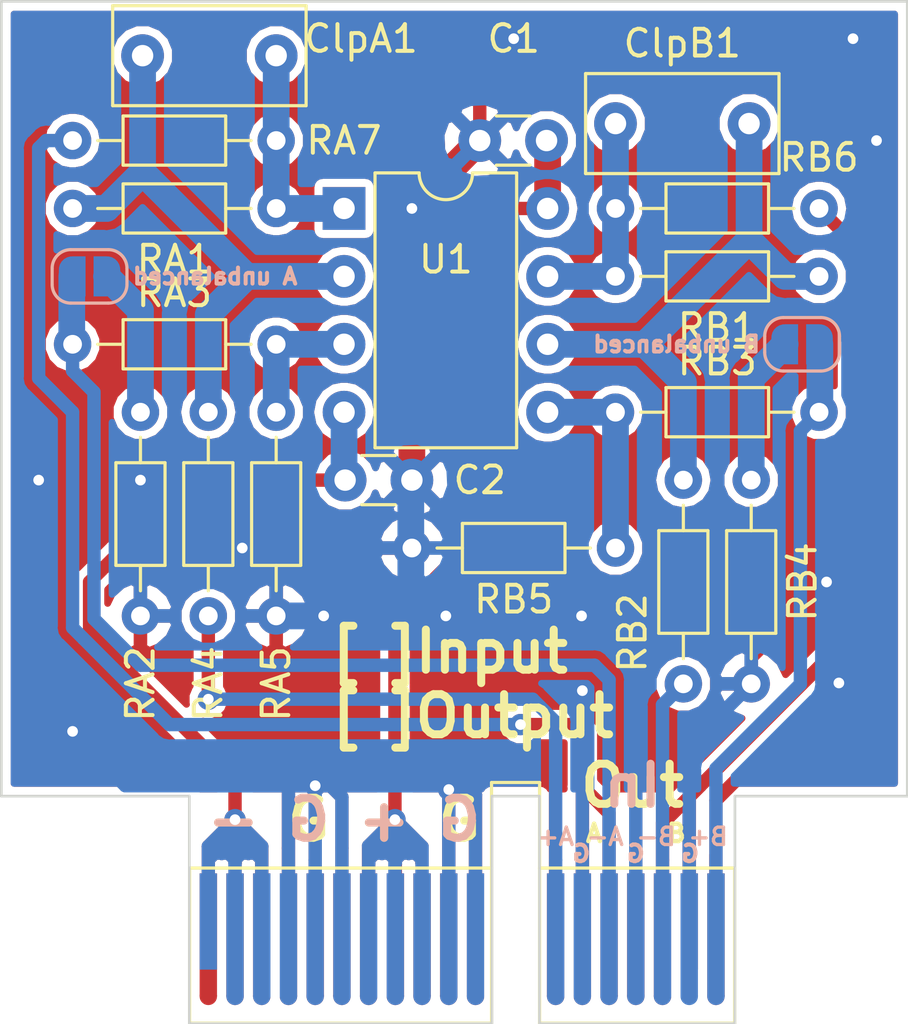
<source format=kicad_pcb>
(kicad_pcb (version 20171130) (host pcbnew 5.0.2-bee76a0~70~ubuntu16.04.1)

  (general
    (thickness 1.6)
    (drawings 22)
    (tracks 225)
    (zones 0)
    (modules 20)
    (nets 18)
  )

  (page A4)
  (layers
    (0 F.Cu signal hide)
    (31 B.Cu signal hide)
    (32 B.Adhes user)
    (33 F.Adhes user)
    (34 B.Paste user)
    (35 F.Paste user)
    (36 B.SilkS user)
    (37 F.SilkS user)
    (38 B.Mask user)
    (39 F.Mask user)
    (40 Dwgs.User user)
    (41 Cmts.User user)
    (42 Eco1.User user)
    (43 Eco2.User user)
    (44 Edge.Cuts user)
    (45 Margin user)
    (46 B.CrtYd user)
    (47 F.CrtYd user)
    (48 B.Fab user)
    (49 F.Fab user)
  )

  (setup
    (last_trace_width 0.5)
    (trace_clearance 0.3)
    (zone_clearance 0.3)
    (zone_45_only no)
    (trace_min 0.2)
    (segment_width 0.2)
    (edge_width 0.1)
    (via_size 0.8)
    (via_drill 0.4)
    (via_min_size 0.4)
    (via_min_drill 0.3)
    (uvia_size 0.3)
    (uvia_drill 0.1)
    (uvias_allowed no)
    (uvia_min_size 0.2)
    (uvia_min_drill 0.1)
    (pcb_text_width 0.3)
    (pcb_text_size 1.5 1.5)
    (mod_edge_width 0.15)
    (mod_text_size 1 1)
    (mod_text_width 0.15)
    (pad_size 1 0.5)
    (pad_drill 0)
    (pad_to_mask_clearance 0)
    (solder_mask_min_width 0.25)
    (aux_axis_origin 0 0)
    (visible_elements FFFFFF7F)
    (pcbplotparams
      (layerselection 0x010f0_ffffffff)
      (usegerberextensions false)
      (usegerberattributes true)
      (usegerberadvancedattributes false)
      (creategerberjobfile false)
      (excludeedgelayer false)
      (linewidth 0.100000)
      (plotframeref false)
      (viasonmask false)
      (mode 1)
      (useauxorigin false)
      (hpglpennumber 1)
      (hpglpenspeed 20)
      (hpglpendiameter 15.000000)
      (psnegative false)
      (psa4output false)
      (plotreference true)
      (plotvalue true)
      (plotinvisibletext false)
      (padsonsilk true)
      (subtractmaskfromsilk false)
      (outputformat 1)
      (mirror false)
      (drillshape 0)
      (scaleselection 1)
      (outputdirectory "plots/"))
  )

  (net 0 "")
  (net 1 +15V)
  (net 2 GNDA)
  (net 3 -15V)
  (net 4 "Net-(RA3-Pad2)")
  (net 5 "Net-(RB3-Pad2)")
  (net 6 inB+)
  (net 7 inA+)
  (net 8 inB-)
  (net 9 inA-)
  (net 10 outA)
  (net 11 outB)
  (net 12 "Net-(JA2-Pad2)")
  (net 13 "Net-(JB1-Pad2)")
  (net 14 "Net-(ClpA1-Pad1)")
  (net 15 "Net-(ClpA1-Pad2)")
  (net 16 "Net-(ClpB1-Pad2)")
  (net 17 "Net-(ClpB1-Pad1)")

  (net_class Default "This is the default net class."
    (clearance 0.3)
    (trace_width 0.5)
    (via_dia 0.8)
    (via_drill 0.4)
    (uvia_dia 0.3)
    (uvia_drill 0.1)
    (add_net "Net-(ClpA1-Pad1)")
    (add_net "Net-(ClpA1-Pad2)")
    (add_net "Net-(ClpB1-Pad1)")
    (add_net "Net-(ClpB1-Pad2)")
    (add_net "Net-(JA2-Pad2)")
    (add_net "Net-(JB1-Pad2)")
    (add_net "Net-(RA3-Pad2)")
    (add_net "Net-(RB3-Pad2)")
    (add_net inA+)
    (add_net inA-)
    (add_net inB+)
    (add_net inB-)
    (add_net outA)
    (add_net outB)
  )

  (net_class power ""
    (clearance 0.3)
    (trace_width 0.5)
    (via_dia 0.8)
    (via_drill 0.4)
    (uvia_dia 0.3)
    (uvia_drill 0.1)
    (add_net +15V)
    (add_net -15V)
    (add_net GNDA)
  )

  (module Package_DIP:DIP-8_W7.62mm (layer F.Cu) (tedit 5A02E8C5) (tstamp 5CA24E4D)
    (at 101.6 39.37)
    (descr "8-lead though-hole mounted DIP package, row spacing 7.62 mm (300 mils)")
    (tags "THT DIP DIL PDIP 2.54mm 7.62mm 300mil")
    (path /5C54CA7D)
    (fp_text reference U1 (at 3.81 1.905) (layer F.SilkS)
      (effects (font (size 1 1) (thickness 0.15)))
    )
    (fp_text value LM4562 (at 3.81 5.08) (layer F.Fab)
      (effects (font (size 1 1) (thickness 0.15)))
    )
    (fp_arc (start 3.81 -1.33) (end 2.81 -1.33) (angle -180) (layer F.SilkS) (width 0.12))
    (fp_line (start 1.635 -1.27) (end 6.985 -1.27) (layer F.Fab) (width 0.1))
    (fp_line (start 6.985 -1.27) (end 6.985 8.89) (layer F.Fab) (width 0.1))
    (fp_line (start 6.985 8.89) (end 0.635 8.89) (layer F.Fab) (width 0.1))
    (fp_line (start 0.635 8.89) (end 0.635 -0.27) (layer F.Fab) (width 0.1))
    (fp_line (start 0.635 -0.27) (end 1.635 -1.27) (layer F.Fab) (width 0.1))
    (fp_line (start 2.81 -1.33) (end 1.16 -1.33) (layer F.SilkS) (width 0.12))
    (fp_line (start 1.16 -1.33) (end 1.16 8.95) (layer F.SilkS) (width 0.12))
    (fp_line (start 1.16 8.95) (end 6.46 8.95) (layer F.SilkS) (width 0.12))
    (fp_line (start 6.46 8.95) (end 6.46 -1.33) (layer F.SilkS) (width 0.12))
    (fp_line (start 6.46 -1.33) (end 4.81 -1.33) (layer F.SilkS) (width 0.12))
    (fp_line (start -1.1 -1.55) (end -1.1 9.15) (layer F.CrtYd) (width 0.05))
    (fp_line (start -1.1 9.15) (end 8.7 9.15) (layer F.CrtYd) (width 0.05))
    (fp_line (start 8.7 9.15) (end 8.7 -1.55) (layer F.CrtYd) (width 0.05))
    (fp_line (start 8.7 -1.55) (end -1.1 -1.55) (layer F.CrtYd) (width 0.05))
    (fp_text user %R (at 3.81 3.81) (layer F.Fab)
      (effects (font (size 1 1) (thickness 0.15)))
    )
    (pad 1 thru_hole rect (at 0 0) (size 1.6 1.6) (drill 0.8) (layers *.Cu *.Mask)
      (net 14 "Net-(ClpA1-Pad1)"))
    (pad 5 thru_hole oval (at 7.62 7.62) (size 1.6 1.6) (drill 0.8) (layers *.Cu *.Mask)
      (net 5 "Net-(RB3-Pad2)"))
    (pad 2 thru_hole oval (at 0 2.54) (size 1.6 1.6) (drill 0.8) (layers *.Cu *.Mask)
      (net 15 "Net-(ClpA1-Pad2)"))
    (pad 6 thru_hole oval (at 7.62 5.08) (size 1.6 1.6) (drill 0.8) (layers *.Cu *.Mask)
      (net 16 "Net-(ClpB1-Pad2)"))
    (pad 3 thru_hole oval (at 0 5.08) (size 1.6 1.6) (drill 0.8) (layers *.Cu *.Mask)
      (net 4 "Net-(RA3-Pad2)"))
    (pad 7 thru_hole oval (at 7.62 2.54) (size 1.6 1.6) (drill 0.8) (layers *.Cu *.Mask)
      (net 17 "Net-(ClpB1-Pad1)"))
    (pad 4 thru_hole oval (at 0 7.62) (size 1.6 1.6) (drill 0.8) (layers *.Cu *.Mask)
      (net 3 -15V))
    (pad 8 thru_hole oval (at 7.62 0) (size 1.6 1.6) (drill 0.8) (layers *.Cu *.Mask)
      (net 1 +15V))
    (model ${KISYS3DMOD}/Package_DIP.3dshapes/DIP-8_W7.62mm.wrl
      (at (xyz 0 0 0))
      (scale (xyz 1 1 1))
      (rotate (xyz 0 0 0))
    )
  )

  (module footprints:PCIexpress_1x_letters (layer F.Cu) (tedit 5D08B442) (tstamp 5C54794C)
    (at 96.52 66.04)
    (descr "PCIexpress Bus Edge Connector")
    (tags "PCIexpress Bus Edge Connector")
    (path /5C5482AB)
    (attr virtual)
    (fp_text reference J3 (at 11.43 -4.318) (layer F.SilkS) hide
      (effects (font (size 1 1) (thickness 0.15)))
    )
    (fp_text value Conn_02x18_Row_Letter_First (at 10.795 -2.54) (layer F.Fab)
      (effects (font (size 1 1) (thickness 0.15)))
    )
    (fp_line (start 19.95 4.05) (end -0.95 4.05) (layer F.CrtYd) (width 0.05))
    (fp_line (start 19.95 4.05) (end 19.95 -5.45) (layer F.CrtYd) (width 0.05))
    (fp_line (start -0.95 -5.45) (end -0.95 4.05) (layer F.CrtYd) (width 0.05))
    (fp_line (start -0.95 -5.45) (end 19.95 -5.45) (layer F.CrtYd) (width 0.05))
    (fp_line (start 19.7 -2) (end 19.7 3.8) (layer F.SilkS) (width 0.12))
    (fp_line (start 12.4 -2) (end 12.4 3.8) (layer F.SilkS) (width 0.12))
    (fp_line (start 12.4 3.8) (end 19.7 3.8) (layer F.SilkS) (width 0.12))
    (fp_line (start 19.7 -2) (end 12.4 -2) (layer F.SilkS) (width 0.12))
    (fp_line (start -0.7 3.8) (end -0.7 -2) (layer F.SilkS) (width 0.12))
    (fp_line (start 10.6 3.8) (end -0.7 3.8) (layer F.SilkS) (width 0.12))
    (fp_line (start 10.6 -2) (end 10.6 3.8) (layer F.SilkS) (width 0.12))
    (fp_line (start -0.7 -2) (end 10.6 -2) (layer F.SilkS) (width 0.12))
    (fp_line (start 12.4 -5.2) (end 12.4 -2) (layer F.SilkS) (width 0.12))
    (fp_line (start 10.6 -5.2) (end 12.4 -5.2) (layer F.SilkS) (width 0.12))
    (fp_line (start 10.6 -2) (end 10.6 -5.2) (layer F.SilkS) (width 0.12))
    (fp_text user %R (at 9.5 0.662) (layer F.Fab)
      (effects (font (size 1 1) (thickness 0.15)))
    )
    (pad "" connect oval (at 1 2.8 90) (size 0.65 0.65) (layers B.Cu B.Mask))
    (pad "" connect oval (at 19 2.8 90) (size 0.65 0.65) (layers B.Cu B.Mask))
    (pad "" connect oval (at 18 2.8 90) (size 0.65 0.65) (layers B.Cu B.Mask))
    (pad "" connect oval (at 13 2.8 90) (size 0.65 0.65) (layers B.Cu B.Mask))
    (pad "" connect oval (at 10 2.8 90) (size 0.65 0.65) (layers B.Cu B.Mask))
    (pad "" connect oval (at 17 2.8 90) (size 0.65 0.65) (layers B.Cu B.Mask))
    (pad "" connect oval (at 14 2.8 90) (size 0.65 0.65) (layers B.Cu B.Mask))
    (pad "" connect oval (at 2 2.8 90) (size 0.65 0.65) (layers B.Cu B.Mask))
    (pad "" connect oval (at 16 2.8 90) (size 0.65 0.65) (layers B.Cu B.Mask))
    (pad "" connect oval (at 15 2.8 90) (size 0.65 0.65) (layers B.Cu B.Mask))
    (pad "" connect oval (at 9 2.8 90) (size 0.65 0.65) (layers B.Cu B.Mask))
    (pad "" connect oval (at 8 2.8 90) (size 0.65 0.65) (layers B.Cu B.Mask))
    (pad "" connect oval (at 7 2.8 90) (size 0.65 0.65) (layers B.Cu B.Mask))
    (pad "" connect oval (at 6 2.8 90) (size 0.65 0.65) (layers B.Cu B.Mask))
    (pad "" connect oval (at 5 2.8 90) (size 0.65 0.65) (layers B.Cu B.Mask))
    (pad "" connect oval (at 4 2.8 90) (size 0.65 0.65) (layers B.Cu B.Mask))
    (pad "" connect oval (at 3 2.8 90) (size 0.65 0.65) (layers B.Cu B.Mask))
    (pad "" connect circle (at 1 2.8) (size 0.65 0.65) (layers F.Cu F.Mask))
    (pad "" connect circle (at 17 2.8) (size 0.65 0.65) (layers F.Cu F.Mask))
    (pad "" connect circle (at 16 2.8) (size 0.65 0.65) (layers F.Cu F.Mask))
    (pad "" connect circle (at 15 2.8) (size 0.65 0.65) (layers F.Cu F.Mask))
    (pad "" connect circle (at 14 2.8) (size 0.65 0.65) (layers F.Cu F.Mask))
    (pad "" connect circle (at 13 2.8) (size 0.65 0.65) (layers F.Cu F.Mask))
    (pad "" connect circle (at 0 2.8) (size 0.65 0.65) (layers F.Cu F.Mask))
    (pad "" connect circle (at 10 2.8) (size 0.65 0.65) (layers F.Cu F.Mask))
    (pad "" connect circle (at 9 2.8) (size 0.65 0.65) (layers F.Cu F.Mask))
    (pad "" connect circle (at 8 2.8) (size 0.65 0.65) (layers F.Cu F.Mask))
    (pad "" connect circle (at 7 2.8) (size 0.65 0.65) (layers F.Cu F.Mask))
    (pad "" connect circle (at 6 2.8) (size 0.65 0.65) (layers F.Cu F.Mask))
    (pad "" connect circle (at 5 2.8) (size 0.65 0.65) (layers F.Cu F.Mask))
    (pad "" connect circle (at 4 2.8) (size 0.65 0.65) (layers F.Cu F.Mask))
    (pad "" connect circle (at 3 2.8) (size 0.65 0.65) (layers F.Cu F.Mask))
    (pad "" connect circle (at 2 2.8) (size 0.65 0.65) (layers F.Cu F.Mask))
    (pad 13a connect rect (at 14 0.5) (size 0.65 4.6) (layers B.Cu B.Mask)
      (net 2 GNDA))
    (pad 12a connect rect (at 13 0.5) (size 0.65 4.6) (layers B.Cu B.Mask)
      (net 9 inA-))
    (pad 18a connect rect (at 19 0.5) (size 0.65 4.6) (layers B.Cu B.Mask)
      (net 6 inB+))
    (pad 17a connect rect (at 18 0.5) (size 0.65 4.6) (layers B.Cu B.Mask)
      (net 2 GNDA))
    (pad 16a connect rect (at 17 0.5) (size 0.65 4.6) (layers B.Cu B.Mask)
      (net 8 inB-))
    (pad 15a connect rect (at 16 0.5) (size 0.65 4.6) (layers B.Cu B.Mask)
      (net 2 GNDA))
    (pad 14a connect rect (at 15 0.5) (size 0.65 4.6) (layers B.Cu B.Mask)
      (net 7 inA+))
    (pad 11a connect rect (at 10 0.5) (size 0.65 4.6) (layers B.Cu B.Mask)
      (net 2 GNDA))
    (pad 10a connect rect (at 9 0.5) (size 0.65 4.6) (layers B.Cu B.Mask)
      (net 2 GNDA))
    (pad 9a connect rect (at 8 0.5) (size 0.65 4.6) (layers B.Cu B.Mask)
      (net 1 +15V))
    (pad 8a connect rect (at 7 0.5) (size 0.65 4.6) (layers B.Cu B.Mask)
      (net 1 +15V))
    (pad 7a connect rect (at 6 0.5) (size 0.65 4.6) (layers B.Cu B.Mask)
      (net 1 +15V))
    (pad 6a connect rect (at 5 0.5) (size 0.65 4.6) (layers B.Cu B.Mask)
      (net 2 GNDA))
    (pad 5a connect rect (at 4 0.5) (size 0.65 4.6) (layers B.Cu B.Mask)
      (net 2 GNDA))
    (pad 4a connect rect (at 3 0.5) (size 0.65 4.6) (layers B.Cu B.Mask)
      (net 2 GNDA))
    (pad 3a connect rect (at 2 0.5) (size 0.65 4.6) (layers B.Cu B.Mask)
      (net 3 -15V))
    (pad 2a connect rect (at 1 0.5) (size 0.65 4.6) (layers B.Cu B.Mask)
      (net 3 -15V))
    (pad 1a connect rect (at 0 0) (size 0.65 3.6) (layers B.Cu B.Mask)
      (net 3 -15V))
    (pad 13b connect rect (at 14 0.5) (size 0.65 4.6) (layers F.Cu F.Mask)
      (net 10 outA))
    (pad 12b connect rect (at 13 0.5) (size 0.65 4.6) (layers F.Cu F.Mask)
      (net 2 GNDA))
    (pad 18b connect rect (at 19 0.5) (size 0.65 4.6) (layers F.Cu F.Mask)
      (net 2 GNDA))
    (pad 17b connect rect (at 18 0) (size 0.65 3.6) (layers F.Cu F.Mask)
      (net 11 outB))
    (pad 16b connect rect (at 17 0.5) (size 0.65 4.6) (layers F.Cu F.Mask)
      (net 11 outB))
    (pad 15b connect rect (at 16 0.5) (size 0.65 4.6) (layers F.Cu F.Mask)
      (net 2 GNDA))
    (pad 14b connect rect (at 15 0.5) (size 0.65 4.6) (layers F.Cu F.Mask)
      (net 10 outA))
    (pad 11b connect rect (at 10 0.5) (size 0.65 4.6) (layers F.Cu F.Mask)
      (net 2 GNDA))
    (pad 10b connect rect (at 9 0.5) (size 0.65 4.6) (layers F.Cu F.Mask)
      (net 2 GNDA))
    (pad 9b connect rect (at 8 0.5) (size 0.65 4.6) (layers F.Cu F.Mask)
      (net 1 +15V))
    (pad 8b connect rect (at 7 0.5) (size 0.65 4.6) (layers F.Cu F.Mask)
      (net 1 +15V))
    (pad 7b connect rect (at 6 0.5) (size 0.65 4.6) (layers F.Cu F.Mask)
      (net 1 +15V))
    (pad 6b connect rect (at 5 0.5) (size 0.65 4.6) (layers F.Cu F.Mask)
      (net 2 GNDA))
    (pad 5b connect rect (at 4 0.5) (size 0.65 4.6) (layers F.Cu F.Mask)
      (net 2 GNDA))
    (pad 4b connect rect (at 3 0.5) (size 0.65 4.6) (layers F.Cu F.Mask)
      (net 2 GNDA))
    (pad 3b connect rect (at 2 0.5) (size 0.65 4.6) (layers F.Cu F.Mask)
      (net 3 -15V))
    (pad 2b connect rect (at 1 0.5) (size 0.65 4.6) (layers F.Cu F.Mask)
      (net 3 -15V))
    (pad 1b connect rect (at 0 0.5) (size 0.65 4.6) (layers F.Cu F.Mask)
      (net 3 -15V))
    (pad "" connect circle (at 19 2.8) (size 0.65 0.65) (layers F.Cu F.Mask))
  )

  (module Resistor_THT:R_Axial_DIN0204_L3.6mm_D1.6mm_P7.62mm_Horizontal (layer F.Cu) (tedit 5AE5139B) (tstamp 5CA24D4F)
    (at 96.52 54.61 90)
    (descr "Resistor, Axial_DIN0204 series, Axial, Horizontal, pin pitch=7.62mm, 0.167W, length*diameter=3.6*1.6mm^2, http://cdn-reichelt.de/documents/datenblatt/B400/1_4W%23YAG.pdf")
    (tags "Resistor Axial_DIN0204 series Axial Horizontal pin pitch 7.62mm 0.167W length 3.6mm diameter 1.6mm")
    (path /5C54CA8C)
    (fp_text reference RA2 (at -2.54 -2.54 90) (layer F.SilkS)
      (effects (font (size 1 1) (thickness 0.15)))
    )
    (fp_text value 10k|0 (at -5.715 0 90) (layer F.Fab)
      (effects (font (size 1 1) (thickness 0.15)))
    )
    (fp_line (start 2.01 -0.8) (end 2.01 0.8) (layer F.Fab) (width 0.1))
    (fp_line (start 2.01 0.8) (end 5.61 0.8) (layer F.Fab) (width 0.1))
    (fp_line (start 5.61 0.8) (end 5.61 -0.8) (layer F.Fab) (width 0.1))
    (fp_line (start 5.61 -0.8) (end 2.01 -0.8) (layer F.Fab) (width 0.1))
    (fp_line (start 0 0) (end 2.01 0) (layer F.Fab) (width 0.1))
    (fp_line (start 7.62 0) (end 5.61 0) (layer F.Fab) (width 0.1))
    (fp_line (start 1.89 -0.92) (end 1.89 0.92) (layer F.SilkS) (width 0.12))
    (fp_line (start 1.89 0.92) (end 5.73 0.92) (layer F.SilkS) (width 0.12))
    (fp_line (start 5.73 0.92) (end 5.73 -0.92) (layer F.SilkS) (width 0.12))
    (fp_line (start 5.73 -0.92) (end 1.89 -0.92) (layer F.SilkS) (width 0.12))
    (fp_line (start 0.94 0) (end 1.89 0) (layer F.SilkS) (width 0.12))
    (fp_line (start 6.68 0) (end 5.73 0) (layer F.SilkS) (width 0.12))
    (fp_line (start -0.95 -1.05) (end -0.95 1.05) (layer F.CrtYd) (width 0.05))
    (fp_line (start -0.95 1.05) (end 8.57 1.05) (layer F.CrtYd) (width 0.05))
    (fp_line (start 8.57 1.05) (end 8.57 -1.05) (layer F.CrtYd) (width 0.05))
    (fp_line (start 8.57 -1.05) (end -0.95 -1.05) (layer F.CrtYd) (width 0.05))
    (fp_text user %R (at 3.81 0 90) (layer F.Fab)
      (effects (font (size 0.72 0.72) (thickness 0.108)))
    )
    (pad 1 thru_hole circle (at 0 0 90) (size 1.4 1.4) (drill 0.7) (layers *.Cu *.Mask)
      (net 9 inA-))
    (pad 2 thru_hole oval (at 7.62 0 90) (size 1.4 1.4) (drill 0.7) (layers *.Cu *.Mask)
      (net 15 "Net-(ClpA1-Pad2)"))
    (model ${KISYS3DMOD}/Resistor_THT.3dshapes/R_Axial_DIN0204_L3.6mm_D1.6mm_P7.62mm_Horizontal.wrl
      (at (xyz 0 0 0))
      (scale (xyz 1 1 1))
      (rotate (xyz 0 0 0))
    )
  )

  (module Resistor_THT:R_Axial_DIN0204_L3.6mm_D1.6mm_P7.62mm_Horizontal (layer F.Cu) (tedit 5AE5139B) (tstamp 5CA24B48)
    (at 91.44 44.45)
    (descr "Resistor, Axial_DIN0204 series, Axial, Horizontal, pin pitch=7.62mm, 0.167W, length*diameter=3.6*1.6mm^2, http://cdn-reichelt.de/documents/datenblatt/B400/1_4W%23YAG.pdf")
    (tags "Resistor Axial_DIN0204 series Axial Horizontal pin pitch 7.62mm 0.167W length 3.6mm diameter 1.6mm")
    (path /5C54CAA4)
    (fp_text reference RA3 (at 3.81 -1.92) (layer F.SilkS)
      (effects (font (size 1 1) (thickness 0.15)))
    )
    (fp_text value 10k|1k (at -3.81 0) (layer F.Fab)
      (effects (font (size 1 1) (thickness 0.15)))
    )
    (fp_text user %R (at 3.81 0) (layer F.Fab)
      (effects (font (size 0.72 0.72) (thickness 0.108)))
    )
    (fp_line (start 8.57 -1.05) (end -0.95 -1.05) (layer F.CrtYd) (width 0.05))
    (fp_line (start 8.57 1.05) (end 8.57 -1.05) (layer F.CrtYd) (width 0.05))
    (fp_line (start -0.95 1.05) (end 8.57 1.05) (layer F.CrtYd) (width 0.05))
    (fp_line (start -0.95 -1.05) (end -0.95 1.05) (layer F.CrtYd) (width 0.05))
    (fp_line (start 6.68 0) (end 5.73 0) (layer F.SilkS) (width 0.12))
    (fp_line (start 0.94 0) (end 1.89 0) (layer F.SilkS) (width 0.12))
    (fp_line (start 5.73 -0.92) (end 1.89 -0.92) (layer F.SilkS) (width 0.12))
    (fp_line (start 5.73 0.92) (end 5.73 -0.92) (layer F.SilkS) (width 0.12))
    (fp_line (start 1.89 0.92) (end 5.73 0.92) (layer F.SilkS) (width 0.12))
    (fp_line (start 1.89 -0.92) (end 1.89 0.92) (layer F.SilkS) (width 0.12))
    (fp_line (start 7.62 0) (end 5.61 0) (layer F.Fab) (width 0.1))
    (fp_line (start 0 0) (end 2.01 0) (layer F.Fab) (width 0.1))
    (fp_line (start 5.61 -0.8) (end 2.01 -0.8) (layer F.Fab) (width 0.1))
    (fp_line (start 5.61 0.8) (end 5.61 -0.8) (layer F.Fab) (width 0.1))
    (fp_line (start 2.01 0.8) (end 5.61 0.8) (layer F.Fab) (width 0.1))
    (fp_line (start 2.01 -0.8) (end 2.01 0.8) (layer F.Fab) (width 0.1))
    (pad 2 thru_hole oval (at 7.62 0) (size 1.4 1.4) (drill 0.7) (layers *.Cu *.Mask)
      (net 4 "Net-(RA3-Pad2)"))
    (pad 1 thru_hole circle (at 0 0) (size 1.4 1.4) (drill 0.7) (layers *.Cu *.Mask)
      (net 7 inA+))
    (model ${KISYS3DMOD}/Resistor_THT.3dshapes/R_Axial_DIN0204_L3.6mm_D1.6mm_P7.62mm_Horizontal.wrl
      (at (xyz 0 0 0))
      (scale (xyz 1 1 1))
      (rotate (xyz 0 0 0))
    )
  )

  (module Resistor_THT:R_Axial_DIN0204_L3.6mm_D1.6mm_P7.62mm_Horizontal (layer F.Cu) (tedit 5AE5139B) (tstamp 5CA24BBD)
    (at 93.98 46.99 270)
    (descr "Resistor, Axial_DIN0204 series, Axial, Horizontal, pin pitch=7.62mm, 0.167W, length*diameter=3.6*1.6mm^2, http://cdn-reichelt.de/documents/datenblatt/B400/1_4W%23YAG.pdf")
    (tags "Resistor Axial_DIN0204 series Axial Horizontal pin pitch 7.62mm 0.167W length 3.6mm diameter 1.6mm")
    (path /5C54CAB9)
    (fp_text reference RA4 (at 10.16 -2.54 270) (layer F.SilkS)
      (effects (font (size 1 1) (thickness 0.15)))
    )
    (fp_text value 10|0 (at 13.335 0 270) (layer F.Fab)
      (effects (font (size 1 1) (thickness 0.15)))
    )
    (fp_text user %R (at 3.81 0 270) (layer F.Fab)
      (effects (font (size 0.72 0.72) (thickness 0.108)))
    )
    (fp_line (start 8.57 -1.05) (end -0.95 -1.05) (layer F.CrtYd) (width 0.05))
    (fp_line (start 8.57 1.05) (end 8.57 -1.05) (layer F.CrtYd) (width 0.05))
    (fp_line (start -0.95 1.05) (end 8.57 1.05) (layer F.CrtYd) (width 0.05))
    (fp_line (start -0.95 -1.05) (end -0.95 1.05) (layer F.CrtYd) (width 0.05))
    (fp_line (start 6.68 0) (end 5.73 0) (layer F.SilkS) (width 0.12))
    (fp_line (start 0.94 0) (end 1.89 0) (layer F.SilkS) (width 0.12))
    (fp_line (start 5.73 -0.92) (end 1.89 -0.92) (layer F.SilkS) (width 0.12))
    (fp_line (start 5.73 0.92) (end 5.73 -0.92) (layer F.SilkS) (width 0.12))
    (fp_line (start 1.89 0.92) (end 5.73 0.92) (layer F.SilkS) (width 0.12))
    (fp_line (start 1.89 -0.92) (end 1.89 0.92) (layer F.SilkS) (width 0.12))
    (fp_line (start 7.62 0) (end 5.61 0) (layer F.Fab) (width 0.1))
    (fp_line (start 0 0) (end 2.01 0) (layer F.Fab) (width 0.1))
    (fp_line (start 5.61 -0.8) (end 2.01 -0.8) (layer F.Fab) (width 0.1))
    (fp_line (start 5.61 0.8) (end 5.61 -0.8) (layer F.Fab) (width 0.1))
    (fp_line (start 2.01 0.8) (end 5.61 0.8) (layer F.Fab) (width 0.1))
    (fp_line (start 2.01 -0.8) (end 2.01 0.8) (layer F.Fab) (width 0.1))
    (pad 2 thru_hole oval (at 7.62 0 270) (size 1.4 1.4) (drill 0.7) (layers *.Cu *.Mask)
      (net 2 GNDA))
    (pad 1 thru_hole circle (at 0 0 270) (size 1.4 1.4) (drill 0.7) (layers *.Cu *.Mask)
      (net 12 "Net-(JA2-Pad2)"))
    (model ${KISYS3DMOD}/Resistor_THT.3dshapes/R_Axial_DIN0204_L3.6mm_D1.6mm_P7.62mm_Horizontal.wrl
      (at (xyz 0 0 0))
      (scale (xyz 1 1 1))
      (rotate (xyz 0 0 0))
    )
  )

  (module Resistor_THT:R_Axial_DIN0204_L3.6mm_D1.6mm_P7.62mm_Horizontal (layer F.Cu) (tedit 5AE5139B) (tstamp 5CA24D91)
    (at 99.06 46.99 270)
    (descr "Resistor, Axial_DIN0204 series, Axial, Horizontal, pin pitch=7.62mm, 0.167W, length*diameter=3.6*1.6mm^2, http://cdn-reichelt.de/documents/datenblatt/B400/1_4W%23YAG.pdf")
    (tags "Resistor Axial_DIN0204 series Axial Horizontal pin pitch 7.62mm 0.167W length 3.6mm diameter 1.6mm")
    (path /5C54CAAC)
    (fp_text reference RA5 (at 10.16 0 270) (layer F.SilkS)
      (effects (font (size 1 1) (thickness 0.15)))
    )
    (fp_text value 10k|open (at 12.065 -0.635 270) (layer F.Fab)
      (effects (font (size 1 1) (thickness 0.15)))
    )
    (fp_line (start 2.01 -0.8) (end 2.01 0.8) (layer F.Fab) (width 0.1))
    (fp_line (start 2.01 0.8) (end 5.61 0.8) (layer F.Fab) (width 0.1))
    (fp_line (start 5.61 0.8) (end 5.61 -0.8) (layer F.Fab) (width 0.1))
    (fp_line (start 5.61 -0.8) (end 2.01 -0.8) (layer F.Fab) (width 0.1))
    (fp_line (start 0 0) (end 2.01 0) (layer F.Fab) (width 0.1))
    (fp_line (start 7.62 0) (end 5.61 0) (layer F.Fab) (width 0.1))
    (fp_line (start 1.89 -0.92) (end 1.89 0.92) (layer F.SilkS) (width 0.12))
    (fp_line (start 1.89 0.92) (end 5.73 0.92) (layer F.SilkS) (width 0.12))
    (fp_line (start 5.73 0.92) (end 5.73 -0.92) (layer F.SilkS) (width 0.12))
    (fp_line (start 5.73 -0.92) (end 1.89 -0.92) (layer F.SilkS) (width 0.12))
    (fp_line (start 0.94 0) (end 1.89 0) (layer F.SilkS) (width 0.12))
    (fp_line (start 6.68 0) (end 5.73 0) (layer F.SilkS) (width 0.12))
    (fp_line (start -0.95 -1.05) (end -0.95 1.05) (layer F.CrtYd) (width 0.05))
    (fp_line (start -0.95 1.05) (end 8.57 1.05) (layer F.CrtYd) (width 0.05))
    (fp_line (start 8.57 1.05) (end 8.57 -1.05) (layer F.CrtYd) (width 0.05))
    (fp_line (start 8.57 -1.05) (end -0.95 -1.05) (layer F.CrtYd) (width 0.05))
    (fp_text user %R (at 3.81 0 270) (layer F.Fab)
      (effects (font (size 0.72 0.72) (thickness 0.108)))
    )
    (pad 1 thru_hole circle (at 0 0 270) (size 1.4 1.4) (drill 0.7) (layers *.Cu *.Mask)
      (net 4 "Net-(RA3-Pad2)"))
    (pad 2 thru_hole oval (at 7.62 0 270) (size 1.4 1.4) (drill 0.7) (layers *.Cu *.Mask)
      (net 2 GNDA))
    (model ${KISYS3DMOD}/Resistor_THT.3dshapes/R_Axial_DIN0204_L3.6mm_D1.6mm_P7.62mm_Horizontal.wrl
      (at (xyz 0 0 0))
      (scale (xyz 1 1 1))
      (rotate (xyz 0 0 0))
    )
  )

  (module Resistor_THT:R_Axial_DIN0204_L3.6mm_D1.6mm_P7.62mm_Horizontal (layer F.Cu) (tedit 5AE5139B) (tstamp 5CA24E06)
    (at 119.38 41.91 180)
    (descr "Resistor, Axial_DIN0204 series, Axial, Horizontal, pin pitch=7.62mm, 0.167W, length*diameter=3.6*1.6mm^2, http://cdn-reichelt.de/documents/datenblatt/B400/1_4W%23YAG.pdf")
    (tags "Resistor Axial_DIN0204 series Axial Horizontal pin pitch 7.62mm 0.167W length 3.6mm diameter 1.6mm")
    (path /5C54CB19)
    (fp_text reference RB1 (at 3.81 -1.92 180) (layer F.SilkS)
      (effects (font (size 1 1) (thickness 0.15)))
    )
    (fp_text value 10k (at -2.54 0 180) (layer F.Fab)
      (effects (font (size 1 1) (thickness 0.15)))
    )
    (fp_line (start 2.01 -0.8) (end 2.01 0.8) (layer F.Fab) (width 0.1))
    (fp_line (start 2.01 0.8) (end 5.61 0.8) (layer F.Fab) (width 0.1))
    (fp_line (start 5.61 0.8) (end 5.61 -0.8) (layer F.Fab) (width 0.1))
    (fp_line (start 5.61 -0.8) (end 2.01 -0.8) (layer F.Fab) (width 0.1))
    (fp_line (start 0 0) (end 2.01 0) (layer F.Fab) (width 0.1))
    (fp_line (start 7.62 0) (end 5.61 0) (layer F.Fab) (width 0.1))
    (fp_line (start 1.89 -0.92) (end 1.89 0.92) (layer F.SilkS) (width 0.12))
    (fp_line (start 1.89 0.92) (end 5.73 0.92) (layer F.SilkS) (width 0.12))
    (fp_line (start 5.73 0.92) (end 5.73 -0.92) (layer F.SilkS) (width 0.12))
    (fp_line (start 5.73 -0.92) (end 1.89 -0.92) (layer F.SilkS) (width 0.12))
    (fp_line (start 0.94 0) (end 1.89 0) (layer F.SilkS) (width 0.12))
    (fp_line (start 6.68 0) (end 5.73 0) (layer F.SilkS) (width 0.12))
    (fp_line (start -0.95 -1.05) (end -0.95 1.05) (layer F.CrtYd) (width 0.05))
    (fp_line (start -0.95 1.05) (end 8.57 1.05) (layer F.CrtYd) (width 0.05))
    (fp_line (start 8.57 1.05) (end 8.57 -1.05) (layer F.CrtYd) (width 0.05))
    (fp_line (start 8.57 -1.05) (end -0.95 -1.05) (layer F.CrtYd) (width 0.05))
    (fp_text user %R (at 3.81 0 180) (layer F.Fab)
      (effects (font (size 0.72 0.72) (thickness 0.108)))
    )
    (pad 1 thru_hole circle (at 0 0 180) (size 1.4 1.4) (drill 0.7) (layers *.Cu *.Mask)
      (net 16 "Net-(ClpB1-Pad2)"))
    (pad 2 thru_hole oval (at 7.62 0 180) (size 1.4 1.4) (drill 0.7) (layers *.Cu *.Mask)
      (net 17 "Net-(ClpB1-Pad1)"))
    (model ${KISYS3DMOD}/Resistor_THT.3dshapes/R_Axial_DIN0204_L3.6mm_D1.6mm_P7.62mm_Horizontal.wrl
      (at (xyz 0 0 0))
      (scale (xyz 1 1 1))
      (rotate (xyz 0 0 0))
    )
  )

  (module Resistor_THT:R_Axial_DIN0204_L3.6mm_D1.6mm_P7.62mm_Horizontal (layer F.Cu) (tedit 5AE5139B) (tstamp 5CA24C29)
    (at 114.3 57.15 90)
    (descr "Resistor, Axial_DIN0204 series, Axial, Horizontal, pin pitch=7.62mm, 0.167W, length*diameter=3.6*1.6mm^2, http://cdn-reichelt.de/documents/datenblatt/B400/1_4W%23YAG.pdf")
    (tags "Resistor Axial_DIN0204 series Axial Horizontal pin pitch 7.62mm 0.167W length 3.6mm diameter 1.6mm")
    (path /5C54CAD8)
    (fp_text reference RB2 (at 1.905 -1.905 90) (layer F.SilkS)
      (effects (font (size 1 1) (thickness 0.15)))
    )
    (fp_text value 10k|0 (at -1.905 0 180) (layer F.Fab)
      (effects (font (size 1 1) (thickness 0.15)))
    )
    (fp_line (start 2.01 -0.8) (end 2.01 0.8) (layer F.Fab) (width 0.1))
    (fp_line (start 2.01 0.8) (end 5.61 0.8) (layer F.Fab) (width 0.1))
    (fp_line (start 5.61 0.8) (end 5.61 -0.8) (layer F.Fab) (width 0.1))
    (fp_line (start 5.61 -0.8) (end 2.01 -0.8) (layer F.Fab) (width 0.1))
    (fp_line (start 0 0) (end 2.01 0) (layer F.Fab) (width 0.1))
    (fp_line (start 7.62 0) (end 5.61 0) (layer F.Fab) (width 0.1))
    (fp_line (start 1.89 -0.92) (end 1.89 0.92) (layer F.SilkS) (width 0.12))
    (fp_line (start 1.89 0.92) (end 5.73 0.92) (layer F.SilkS) (width 0.12))
    (fp_line (start 5.73 0.92) (end 5.73 -0.92) (layer F.SilkS) (width 0.12))
    (fp_line (start 5.73 -0.92) (end 1.89 -0.92) (layer F.SilkS) (width 0.12))
    (fp_line (start 0.94 0) (end 1.89 0) (layer F.SilkS) (width 0.12))
    (fp_line (start 6.68 0) (end 5.73 0) (layer F.SilkS) (width 0.12))
    (fp_line (start -0.95 -1.05) (end -0.95 1.05) (layer F.CrtYd) (width 0.05))
    (fp_line (start -0.95 1.05) (end 8.57 1.05) (layer F.CrtYd) (width 0.05))
    (fp_line (start 8.57 1.05) (end 8.57 -1.05) (layer F.CrtYd) (width 0.05))
    (fp_line (start 8.57 -1.05) (end -0.95 -1.05) (layer F.CrtYd) (width 0.05))
    (fp_text user %R (at 3.81 0 90) (layer F.Fab)
      (effects (font (size 0.72 0.72) (thickness 0.108)))
    )
    (pad 1 thru_hole circle (at 0 0 90) (size 1.4 1.4) (drill 0.7) (layers *.Cu *.Mask)
      (net 8 inB-))
    (pad 2 thru_hole oval (at 7.62 0 90) (size 1.4 1.4) (drill 0.7) (layers *.Cu *.Mask)
      (net 16 "Net-(ClpB1-Pad2)"))
    (model ${KISYS3DMOD}/Resistor_THT.3dshapes/R_Axial_DIN0204_L3.6mm_D1.6mm_P7.62mm_Horizontal.wrl
      (at (xyz 0 0 0))
      (scale (xyz 1 1 1))
      (rotate (xyz 0 0 0))
    )
  )

  (module Resistor_THT:R_Axial_DIN0204_L3.6mm_D1.6mm_P7.62mm_Horizontal (layer F.Cu) (tedit 5AE5139B) (tstamp 5CA24AD9)
    (at 119.38 46.99 180)
    (descr "Resistor, Axial_DIN0204 series, Axial, Horizontal, pin pitch=7.62mm, 0.167W, length*diameter=3.6*1.6mm^2, http://cdn-reichelt.de/documents/datenblatt/B400/1_4W%23YAG.pdf")
    (tags "Resistor Axial_DIN0204 series Axial Horizontal pin pitch 7.62mm 0.167W length 3.6mm diameter 1.6mm")
    (path /5C54CAE4)
    (fp_text reference RB3 (at 3.81 1.905 180) (layer F.SilkS)
      (effects (font (size 1 1) (thickness 0.15)))
    )
    (fp_text value 10k|1k (at -4.445 0 180) (layer F.Fab)
      (effects (font (size 1 1) (thickness 0.15)))
    )
    (fp_text user %R (at 3.81 0 180) (layer F.Fab)
      (effects (font (size 0.72 0.72) (thickness 0.108)))
    )
    (fp_line (start 8.57 -1.05) (end -0.95 -1.05) (layer F.CrtYd) (width 0.05))
    (fp_line (start 8.57 1.05) (end 8.57 -1.05) (layer F.CrtYd) (width 0.05))
    (fp_line (start -0.95 1.05) (end 8.57 1.05) (layer F.CrtYd) (width 0.05))
    (fp_line (start -0.95 -1.05) (end -0.95 1.05) (layer F.CrtYd) (width 0.05))
    (fp_line (start 6.68 0) (end 5.73 0) (layer F.SilkS) (width 0.12))
    (fp_line (start 0.94 0) (end 1.89 0) (layer F.SilkS) (width 0.12))
    (fp_line (start 5.73 -0.92) (end 1.89 -0.92) (layer F.SilkS) (width 0.12))
    (fp_line (start 5.73 0.92) (end 5.73 -0.92) (layer F.SilkS) (width 0.12))
    (fp_line (start 1.89 0.92) (end 5.73 0.92) (layer F.SilkS) (width 0.12))
    (fp_line (start 1.89 -0.92) (end 1.89 0.92) (layer F.SilkS) (width 0.12))
    (fp_line (start 7.62 0) (end 5.61 0) (layer F.Fab) (width 0.1))
    (fp_line (start 0 0) (end 2.01 0) (layer F.Fab) (width 0.1))
    (fp_line (start 5.61 -0.8) (end 2.01 -0.8) (layer F.Fab) (width 0.1))
    (fp_line (start 5.61 0.8) (end 5.61 -0.8) (layer F.Fab) (width 0.1))
    (fp_line (start 2.01 0.8) (end 5.61 0.8) (layer F.Fab) (width 0.1))
    (fp_line (start 2.01 -0.8) (end 2.01 0.8) (layer F.Fab) (width 0.1))
    (pad 2 thru_hole oval (at 7.62 0 180) (size 1.4 1.4) (drill 0.7) (layers *.Cu *.Mask)
      (net 5 "Net-(RB3-Pad2)"))
    (pad 1 thru_hole circle (at 0 0 180) (size 1.4 1.4) (drill 0.7) (layers *.Cu *.Mask)
      (net 6 inB+))
    (model ${KISYS3DMOD}/Resistor_THT.3dshapes/R_Axial_DIN0204_L3.6mm_D1.6mm_P7.62mm_Horizontal.wrl
      (at (xyz 0 0 0))
      (scale (xyz 1 1 1))
      (rotate (xyz 0 0 0))
    )
  )

  (module Resistor_THT:R_Axial_DIN0204_L3.6mm_D1.6mm_P7.62mm_Horizontal (layer F.Cu) (tedit 5AE5139B) (tstamp 5CA24C6B)
    (at 116.84 49.53 270)
    (descr "Resistor, Axial_DIN0204 series, Axial, Horizontal, pin pitch=7.62mm, 0.167W, length*diameter=3.6*1.6mm^2, http://cdn-reichelt.de/documents/datenblatt/B400/1_4W%23YAG.pdf")
    (tags "Resistor Axial_DIN0204 series Axial Horizontal pin pitch 7.62mm 0.167W length 3.6mm diameter 1.6mm")
    (path /5C54CAF8)
    (fp_text reference RB4 (at 3.81 -1.92 270) (layer F.SilkS)
      (effects (font (size 1 1) (thickness 0.15)))
    )
    (fp_text value 10|0 (at 7.62 -3.175) (layer F.Fab)
      (effects (font (size 1 1) (thickness 0.15)))
    )
    (fp_text user %R (at 3.81 0 270) (layer F.Fab)
      (effects (font (size 0.72 0.72) (thickness 0.108)))
    )
    (fp_line (start 8.57 -1.05) (end -0.95 -1.05) (layer F.CrtYd) (width 0.05))
    (fp_line (start 8.57 1.05) (end 8.57 -1.05) (layer F.CrtYd) (width 0.05))
    (fp_line (start -0.95 1.05) (end 8.57 1.05) (layer F.CrtYd) (width 0.05))
    (fp_line (start -0.95 -1.05) (end -0.95 1.05) (layer F.CrtYd) (width 0.05))
    (fp_line (start 6.68 0) (end 5.73 0) (layer F.SilkS) (width 0.12))
    (fp_line (start 0.94 0) (end 1.89 0) (layer F.SilkS) (width 0.12))
    (fp_line (start 5.73 -0.92) (end 1.89 -0.92) (layer F.SilkS) (width 0.12))
    (fp_line (start 5.73 0.92) (end 5.73 -0.92) (layer F.SilkS) (width 0.12))
    (fp_line (start 1.89 0.92) (end 5.73 0.92) (layer F.SilkS) (width 0.12))
    (fp_line (start 1.89 -0.92) (end 1.89 0.92) (layer F.SilkS) (width 0.12))
    (fp_line (start 7.62 0) (end 5.61 0) (layer F.Fab) (width 0.1))
    (fp_line (start 0 0) (end 2.01 0) (layer F.Fab) (width 0.1))
    (fp_line (start 5.61 -0.8) (end 2.01 -0.8) (layer F.Fab) (width 0.1))
    (fp_line (start 5.61 0.8) (end 5.61 -0.8) (layer F.Fab) (width 0.1))
    (fp_line (start 2.01 0.8) (end 5.61 0.8) (layer F.Fab) (width 0.1))
    (fp_line (start 2.01 -0.8) (end 2.01 0.8) (layer F.Fab) (width 0.1))
    (pad 2 thru_hole oval (at 7.62 0 270) (size 1.4 1.4) (drill 0.7) (layers *.Cu *.Mask)
      (net 2 GNDA))
    (pad 1 thru_hole circle (at 0 0 270) (size 1.4 1.4) (drill 0.7) (layers *.Cu *.Mask)
      (net 13 "Net-(JB1-Pad2)"))
    (model ${KISYS3DMOD}/Resistor_THT.3dshapes/R_Axial_DIN0204_L3.6mm_D1.6mm_P7.62mm_Horizontal.wrl
      (at (xyz 0 0 0))
      (scale (xyz 1 1 1))
      (rotate (xyz 0 0 0))
    )
  )

  (module Resistor_THT:R_Axial_DIN0204_L3.6mm_D1.6mm_P7.62mm_Horizontal (layer F.Cu) (tedit 5AE5139B) (tstamp 5CA24CF2)
    (at 111.76 52.07 180)
    (descr "Resistor, Axial_DIN0204 series, Axial, Horizontal, pin pitch=7.62mm, 0.167W, length*diameter=3.6*1.6mm^2, http://cdn-reichelt.de/documents/datenblatt/B400/1_4W%23YAG.pdf")
    (tags "Resistor Axial_DIN0204 series Axial Horizontal pin pitch 7.62mm 0.167W length 3.6mm diameter 1.6mm")
    (path /5C54CAEC)
    (fp_text reference RB5 (at 3.81 -1.92 180) (layer F.SilkS)
      (effects (font (size 1 1) (thickness 0.15)))
    )
    (fp_text value 10k|open (at 7.62 -1.905 180) (layer F.Fab)
      (effects (font (size 1 1) (thickness 0.15)))
    )
    (fp_line (start 2.01 -0.8) (end 2.01 0.8) (layer F.Fab) (width 0.1))
    (fp_line (start 2.01 0.8) (end 5.61 0.8) (layer F.Fab) (width 0.1))
    (fp_line (start 5.61 0.8) (end 5.61 -0.8) (layer F.Fab) (width 0.1))
    (fp_line (start 5.61 -0.8) (end 2.01 -0.8) (layer F.Fab) (width 0.1))
    (fp_line (start 0 0) (end 2.01 0) (layer F.Fab) (width 0.1))
    (fp_line (start 7.62 0) (end 5.61 0) (layer F.Fab) (width 0.1))
    (fp_line (start 1.89 -0.92) (end 1.89 0.92) (layer F.SilkS) (width 0.12))
    (fp_line (start 1.89 0.92) (end 5.73 0.92) (layer F.SilkS) (width 0.12))
    (fp_line (start 5.73 0.92) (end 5.73 -0.92) (layer F.SilkS) (width 0.12))
    (fp_line (start 5.73 -0.92) (end 1.89 -0.92) (layer F.SilkS) (width 0.12))
    (fp_line (start 0.94 0) (end 1.89 0) (layer F.SilkS) (width 0.12))
    (fp_line (start 6.68 0) (end 5.73 0) (layer F.SilkS) (width 0.12))
    (fp_line (start -0.95 -1.05) (end -0.95 1.05) (layer F.CrtYd) (width 0.05))
    (fp_line (start -0.95 1.05) (end 8.57 1.05) (layer F.CrtYd) (width 0.05))
    (fp_line (start 8.57 1.05) (end 8.57 -1.05) (layer F.CrtYd) (width 0.05))
    (fp_line (start 8.57 -1.05) (end -0.95 -1.05) (layer F.CrtYd) (width 0.05))
    (fp_text user %R (at 3.81 0 180) (layer F.Fab)
      (effects (font (size 0.72 0.72) (thickness 0.108)))
    )
    (pad 1 thru_hole circle (at 0 0 180) (size 1.4 1.4) (drill 0.7) (layers *.Cu *.Mask)
      (net 5 "Net-(RB3-Pad2)"))
    (pad 2 thru_hole oval (at 7.62 0 180) (size 1.4 1.4) (drill 0.7) (layers *.Cu *.Mask)
      (net 2 GNDA))
    (model ${KISYS3DMOD}/Resistor_THT.3dshapes/R_Axial_DIN0204_L3.6mm_D1.6mm_P7.62mm_Horizontal.wrl
      (at (xyz 0 0 0))
      (scale (xyz 1 1 1))
      (rotate (xyz 0 0 0))
    )
  )

  (module Resistor_THT:R_Axial_DIN0204_L3.6mm_D1.6mm_P7.62mm_Horizontal (layer F.Cu) (tedit 5AE5139B) (tstamp 5CA24CAD)
    (at 91.44 39.37)
    (descr "Resistor, Axial_DIN0204 series, Axial, Horizontal, pin pitch=7.62mm, 0.167W, length*diameter=3.6*1.6mm^2, http://cdn-reichelt.de/documents/datenblatt/B400/1_4W%23YAG.pdf")
    (tags "Resistor Axial_DIN0204 series Axial Horizontal pin pitch 7.62mm 0.167W length 3.6mm diameter 1.6mm")
    (path /5C54CA95)
    (fp_text reference RA1 (at 3.81 1.905) (layer F.SilkS)
      (effects (font (size 1 1) (thickness 0.15)))
    )
    (fp_text value 10k (at -3.81 0) (layer F.Fab)
      (effects (font (size 1 1) (thickness 0.15)))
    )
    (fp_line (start 2.01 -0.8) (end 2.01 0.8) (layer F.Fab) (width 0.1))
    (fp_line (start 2.01 0.8) (end 5.61 0.8) (layer F.Fab) (width 0.1))
    (fp_line (start 5.61 0.8) (end 5.61 -0.8) (layer F.Fab) (width 0.1))
    (fp_line (start 5.61 -0.8) (end 2.01 -0.8) (layer F.Fab) (width 0.1))
    (fp_line (start 0 0) (end 2.01 0) (layer F.Fab) (width 0.1))
    (fp_line (start 7.62 0) (end 5.61 0) (layer F.Fab) (width 0.1))
    (fp_line (start 1.89 -0.92) (end 1.89 0.92) (layer F.SilkS) (width 0.12))
    (fp_line (start 1.89 0.92) (end 5.73 0.92) (layer F.SilkS) (width 0.12))
    (fp_line (start 5.73 0.92) (end 5.73 -0.92) (layer F.SilkS) (width 0.12))
    (fp_line (start 5.73 -0.92) (end 1.89 -0.92) (layer F.SilkS) (width 0.12))
    (fp_line (start 0.94 0) (end 1.89 0) (layer F.SilkS) (width 0.12))
    (fp_line (start 6.68 0) (end 5.73 0) (layer F.SilkS) (width 0.12))
    (fp_line (start -0.95 -1.05) (end -0.95 1.05) (layer F.CrtYd) (width 0.05))
    (fp_line (start -0.95 1.05) (end 8.57 1.05) (layer F.CrtYd) (width 0.05))
    (fp_line (start 8.57 1.05) (end 8.57 -1.05) (layer F.CrtYd) (width 0.05))
    (fp_line (start 8.57 -1.05) (end -0.95 -1.05) (layer F.CrtYd) (width 0.05))
    (fp_text user %R (at 3.81 0) (layer F.Fab)
      (effects (font (size 0.72 0.72) (thickness 0.108)))
    )
    (pad 1 thru_hole circle (at 0 0) (size 1.4 1.4) (drill 0.7) (layers *.Cu *.Mask)
      (net 15 "Net-(ClpA1-Pad2)"))
    (pad 2 thru_hole oval (at 7.62 0) (size 1.4 1.4) (drill 0.7) (layers *.Cu *.Mask)
      (net 14 "Net-(ClpA1-Pad1)"))
    (model ${KISYS3DMOD}/Resistor_THT.3dshapes/R_Axial_DIN0204_L3.6mm_D1.6mm_P7.62mm_Horizontal.wrl
      (at (xyz 0 0 0))
      (scale (xyz 1 1 1))
      (rotate (xyz 0 0 0))
    )
  )

  (module Capacitor_THT:C_Disc_D3.0mm_W1.6mm_P2.50mm (layer F.Cu) (tedit 5AE50EF0) (tstamp 5CA24838)
    (at 109.18 36.83 180)
    (descr "C, Disc series, Radial, pin pitch=2.50mm, , diameter*width=3.0*1.6mm^2, Capacitor, http://www.vishay.com/docs/45233/krseries.pdf")
    (tags "C Disc series Radial pin pitch 2.50mm  diameter 3.0mm width 1.6mm Capacitor")
    (path /5C54CB2B)
    (fp_text reference C1 (at 1.23 3.81 180) (layer F.SilkS)
      (effects (font (size 1 1) (thickness 0.15)))
    )
    (fp_text value 100n (at 1.25 2.05 180) (layer F.Fab)
      (effects (font (size 1 1) (thickness 0.15)))
    )
    (fp_line (start -0.25 -0.8) (end -0.25 0.8) (layer F.Fab) (width 0.1))
    (fp_line (start -0.25 0.8) (end 2.75 0.8) (layer F.Fab) (width 0.1))
    (fp_line (start 2.75 0.8) (end 2.75 -0.8) (layer F.Fab) (width 0.1))
    (fp_line (start 2.75 -0.8) (end -0.25 -0.8) (layer F.Fab) (width 0.1))
    (fp_line (start 0.621 -0.92) (end 1.879 -0.92) (layer F.SilkS) (width 0.12))
    (fp_line (start 0.621 0.92) (end 1.879 0.92) (layer F.SilkS) (width 0.12))
    (fp_line (start -1.05 -1.05) (end -1.05 1.05) (layer F.CrtYd) (width 0.05))
    (fp_line (start -1.05 1.05) (end 3.55 1.05) (layer F.CrtYd) (width 0.05))
    (fp_line (start 3.55 1.05) (end 3.55 -1.05) (layer F.CrtYd) (width 0.05))
    (fp_line (start 3.55 -1.05) (end -1.05 -1.05) (layer F.CrtYd) (width 0.05))
    (fp_text user %R (at 1.25 0 180) (layer F.Fab)
      (effects (font (size 0.6 0.6) (thickness 0.09)))
    )
    (pad 1 thru_hole circle (at 0 0 180) (size 1.6 1.6) (drill 0.8) (layers *.Cu *.Mask)
      (net 1 +15V))
    (pad 2 thru_hole circle (at 2.5 0 180) (size 1.6 1.6) (drill 0.8) (layers *.Cu *.Mask)
      (net 2 GNDA))
    (model ${KISYS3DMOD}/Capacitor_THT.3dshapes/C_Disc_D3.0mm_W1.6mm_P2.50mm.wrl
      (at (xyz 0 0 0))
      (scale (xyz 1 1 1))
      (rotate (xyz 0 0 0))
    )
  )

  (module Capacitor_THT:C_Disc_D3.0mm_W1.6mm_P2.50mm (layer F.Cu) (tedit 5AE50EF0) (tstamp 5CA24849)
    (at 104.14 49.53 180)
    (descr "C, Disc series, Radial, pin pitch=2.50mm, , diameter*width=3.0*1.6mm^2, Capacitor, http://www.vishay.com/docs/45233/krseries.pdf")
    (tags "C Disc series Radial pin pitch 2.50mm  diameter 3.0mm width 1.6mm Capacitor")
    (path /5C54CB3A)
    (fp_text reference C2 (at -2.54 0 180) (layer F.SilkS)
      (effects (font (size 1 1) (thickness 0.15)))
    )
    (fp_text value 100n (at -1.27 2.05 180) (layer F.Fab)
      (effects (font (size 1 1) (thickness 0.15)))
    )
    (fp_text user %R (at 1.25 0 180) (layer F.Fab)
      (effects (font (size 0.6 0.6) (thickness 0.09)))
    )
    (fp_line (start 3.55 -1.05) (end -1.05 -1.05) (layer F.CrtYd) (width 0.05))
    (fp_line (start 3.55 1.05) (end 3.55 -1.05) (layer F.CrtYd) (width 0.05))
    (fp_line (start -1.05 1.05) (end 3.55 1.05) (layer F.CrtYd) (width 0.05))
    (fp_line (start -1.05 -1.05) (end -1.05 1.05) (layer F.CrtYd) (width 0.05))
    (fp_line (start 0.621 0.92) (end 1.879 0.92) (layer F.SilkS) (width 0.12))
    (fp_line (start 0.621 -0.92) (end 1.879 -0.92) (layer F.SilkS) (width 0.12))
    (fp_line (start 2.75 -0.8) (end -0.25 -0.8) (layer F.Fab) (width 0.1))
    (fp_line (start 2.75 0.8) (end 2.75 -0.8) (layer F.Fab) (width 0.1))
    (fp_line (start -0.25 0.8) (end 2.75 0.8) (layer F.Fab) (width 0.1))
    (fp_line (start -0.25 -0.8) (end -0.25 0.8) (layer F.Fab) (width 0.1))
    (pad 2 thru_hole circle (at 2.5 0 180) (size 1.6 1.6) (drill 0.8) (layers *.Cu *.Mask)
      (net 3 -15V))
    (pad 1 thru_hole circle (at 0 0 180) (size 1.6 1.6) (drill 0.8) (layers *.Cu *.Mask)
      (net 2 GNDA))
    (model ${KISYS3DMOD}/Capacitor_THT.3dshapes/C_Disc_D3.0mm_W1.6mm_P2.50mm.wrl
      (at (xyz 0 0 0))
      (scale (xyz 1 1 1))
      (rotate (xyz 0 0 0))
    )
  )

  (module Capacitor_THT:C_Rect_L7.0mm_W3.5mm_P5.00mm (layer F.Cu) (tedit 5AE50EF0) (tstamp 5CA2485C)
    (at 99.06 33.655 180)
    (descr "C, Rect series, Radial, pin pitch=5.00mm, , length*width=7*3.5mm^2, Capacitor")
    (tags "C Rect series Radial pin pitch 5.00mm  length 7mm width 3.5mm Capacitor")
    (path /5CA42A5F)
    (fp_text reference ClpA1 (at -3.175 0.635 180) (layer F.SilkS)
      (effects (font (size 1 1) (thickness 0.15)))
    )
    (fp_text value 330p (at 2.5 3 180) (layer F.Fab)
      (effects (font (size 1 1) (thickness 0.15)))
    )
    (fp_line (start -1 -1.75) (end -1 1.75) (layer F.Fab) (width 0.1))
    (fp_line (start -1 1.75) (end 6 1.75) (layer F.Fab) (width 0.1))
    (fp_line (start 6 1.75) (end 6 -1.75) (layer F.Fab) (width 0.1))
    (fp_line (start 6 -1.75) (end -1 -1.75) (layer F.Fab) (width 0.1))
    (fp_line (start -1.12 -1.87) (end 6.12 -1.87) (layer F.SilkS) (width 0.12))
    (fp_line (start -1.12 1.87) (end 6.12 1.87) (layer F.SilkS) (width 0.12))
    (fp_line (start -1.12 -1.87) (end -1.12 1.87) (layer F.SilkS) (width 0.12))
    (fp_line (start 6.12 -1.87) (end 6.12 1.87) (layer F.SilkS) (width 0.12))
    (fp_line (start -1.25 -2) (end -1.25 2) (layer F.CrtYd) (width 0.05))
    (fp_line (start -1.25 2) (end 6.25 2) (layer F.CrtYd) (width 0.05))
    (fp_line (start 6.25 2) (end 6.25 -2) (layer F.CrtYd) (width 0.05))
    (fp_line (start 6.25 -2) (end -1.25 -2) (layer F.CrtYd) (width 0.05))
    (fp_text user %R (at 2.5 0 180) (layer F.Fab)
      (effects (font (size 1 1) (thickness 0.15)))
    )
    (pad 1 thru_hole circle (at 0 0 180) (size 1.6 1.6) (drill 0.8) (layers *.Cu *.Mask)
      (net 14 "Net-(ClpA1-Pad1)"))
    (pad 2 thru_hole circle (at 5 0 180) (size 1.6 1.6) (drill 0.8) (layers *.Cu *.Mask)
      (net 15 "Net-(ClpA1-Pad2)"))
    (model ${KISYS3DMOD}/Capacitor_THT.3dshapes/C_Rect_L7.0mm_W3.5mm_P5.00mm.wrl
      (at (xyz 0 0 0))
      (scale (xyz 1 1 1))
      (rotate (xyz 0 0 0))
    )
  )

  (module Capacitor_THT:C_Rect_L7.0mm_W3.5mm_P5.00mm (layer F.Cu) (tedit 5AE50EF0) (tstamp 5CA2486F)
    (at 111.76 36.195)
    (descr "C, Rect series, Radial, pin pitch=5.00mm, , length*width=7*3.5mm^2, Capacitor")
    (tags "C Rect series Radial pin pitch 5.00mm  length 7mm width 3.5mm Capacitor")
    (path /5CA46ED4)
    (fp_text reference ClpB1 (at 2.5 -3) (layer F.SilkS)
      (effects (font (size 1 1) (thickness 0.15)))
    )
    (fp_text value 330p (at 8.89 -1.905) (layer F.Fab)
      (effects (font (size 1 1) (thickness 0.15)))
    )
    (fp_text user %R (at 2.5 0) (layer F.Fab)
      (effects (font (size 1 1) (thickness 0.15)))
    )
    (fp_line (start 6.25 -2) (end -1.25 -2) (layer F.CrtYd) (width 0.05))
    (fp_line (start 6.25 2) (end 6.25 -2) (layer F.CrtYd) (width 0.05))
    (fp_line (start -1.25 2) (end 6.25 2) (layer F.CrtYd) (width 0.05))
    (fp_line (start -1.25 -2) (end -1.25 2) (layer F.CrtYd) (width 0.05))
    (fp_line (start 6.12 -1.87) (end 6.12 1.87) (layer F.SilkS) (width 0.12))
    (fp_line (start -1.12 -1.87) (end -1.12 1.87) (layer F.SilkS) (width 0.12))
    (fp_line (start -1.12 1.87) (end 6.12 1.87) (layer F.SilkS) (width 0.12))
    (fp_line (start -1.12 -1.87) (end 6.12 -1.87) (layer F.SilkS) (width 0.12))
    (fp_line (start 6 -1.75) (end -1 -1.75) (layer F.Fab) (width 0.1))
    (fp_line (start 6 1.75) (end 6 -1.75) (layer F.Fab) (width 0.1))
    (fp_line (start -1 1.75) (end 6 1.75) (layer F.Fab) (width 0.1))
    (fp_line (start -1 -1.75) (end -1 1.75) (layer F.Fab) (width 0.1))
    (pad 2 thru_hole circle (at 5 0) (size 1.6 1.6) (drill 0.8) (layers *.Cu *.Mask)
      (net 16 "Net-(ClpB1-Pad2)"))
    (pad 1 thru_hole circle (at 0 0) (size 1.6 1.6) (drill 0.8) (layers *.Cu *.Mask)
      (net 17 "Net-(ClpB1-Pad1)"))
    (model ${KISYS3DMOD}/Capacitor_THT.3dshapes/C_Rect_L7.0mm_W3.5mm_P5.00mm.wrl
      (at (xyz 0 0 0))
      (scale (xyz 1 1 1))
      (rotate (xyz 0 0 0))
    )
  )

  (module Resistor_THT:R_Axial_DIN0204_L3.6mm_D1.6mm_P7.62mm_Horizontal (layer F.Cu) (tedit 5AE5139B) (tstamp 5CA24886)
    (at 99.06 36.83 180)
    (descr "Resistor, Axial_DIN0204 series, Axial, Horizontal, pin pitch=7.62mm, 0.167W, length*diameter=3.6*1.6mm^2, http://cdn-reichelt.de/documents/datenblatt/B400/1_4W%23YAG.pdf")
    (tags "Resistor Axial_DIN0204 series Axial Horizontal pin pitch 7.62mm 0.167W length 3.6mm diameter 1.6mm")
    (path /5CA39C35)
    (fp_text reference RA7 (at -2.54 0 180) (layer F.SilkS)
      (effects (font (size 1 1) (thickness 0.15)))
    )
    (fp_text value 0|220 (at 11.43 0 180) (layer F.Fab)
      (effects (font (size 1 1) (thickness 0.15)))
    )
    (fp_text user %R (at 3.81 0 180) (layer F.Fab)
      (effects (font (size 0.72 0.72) (thickness 0.108)))
    )
    (fp_line (start 8.57 -1.05) (end -0.95 -1.05) (layer F.CrtYd) (width 0.05))
    (fp_line (start 8.57 1.05) (end 8.57 -1.05) (layer F.CrtYd) (width 0.05))
    (fp_line (start -0.95 1.05) (end 8.57 1.05) (layer F.CrtYd) (width 0.05))
    (fp_line (start -0.95 -1.05) (end -0.95 1.05) (layer F.CrtYd) (width 0.05))
    (fp_line (start 6.68 0) (end 5.73 0) (layer F.SilkS) (width 0.12))
    (fp_line (start 0.94 0) (end 1.89 0) (layer F.SilkS) (width 0.12))
    (fp_line (start 5.73 -0.92) (end 1.89 -0.92) (layer F.SilkS) (width 0.12))
    (fp_line (start 5.73 0.92) (end 5.73 -0.92) (layer F.SilkS) (width 0.12))
    (fp_line (start 1.89 0.92) (end 5.73 0.92) (layer F.SilkS) (width 0.12))
    (fp_line (start 1.89 -0.92) (end 1.89 0.92) (layer F.SilkS) (width 0.12))
    (fp_line (start 7.62 0) (end 5.61 0) (layer F.Fab) (width 0.1))
    (fp_line (start 0 0) (end 2.01 0) (layer F.Fab) (width 0.1))
    (fp_line (start 5.61 -0.8) (end 2.01 -0.8) (layer F.Fab) (width 0.1))
    (fp_line (start 5.61 0.8) (end 5.61 -0.8) (layer F.Fab) (width 0.1))
    (fp_line (start 2.01 0.8) (end 5.61 0.8) (layer F.Fab) (width 0.1))
    (fp_line (start 2.01 -0.8) (end 2.01 0.8) (layer F.Fab) (width 0.1))
    (pad 2 thru_hole oval (at 7.62 0 180) (size 1.4 1.4) (drill 0.7) (layers *.Cu *.Mask)
      (net 10 outA))
    (pad 1 thru_hole circle (at 0 0 180) (size 1.4 1.4) (drill 0.7) (layers *.Cu *.Mask)
      (net 14 "Net-(ClpA1-Pad1)"))
    (model ${KISYS3DMOD}/Resistor_THT.3dshapes/R_Axial_DIN0204_L3.6mm_D1.6mm_P7.62mm_Horizontal.wrl
      (at (xyz 0 0 0))
      (scale (xyz 1 1 1))
      (rotate (xyz 0 0 0))
    )
  )

  (module Resistor_THT:R_Axial_DIN0204_L3.6mm_D1.6mm_P7.62mm_Horizontal (layer F.Cu) (tedit 5AE5139B) (tstamp 5CA2489D)
    (at 111.76 39.37)
    (descr "Resistor, Axial_DIN0204 series, Axial, Horizontal, pin pitch=7.62mm, 0.167W, length*diameter=3.6*1.6mm^2, http://cdn-reichelt.de/documents/datenblatt/B400/1_4W%23YAG.pdf")
    (tags "Resistor Axial_DIN0204 series Axial Horizontal pin pitch 7.62mm 0.167W length 3.6mm diameter 1.6mm")
    (path /5CA3D551)
    (fp_text reference RB6 (at 7.62 -1.905) (layer F.SilkS)
      (effects (font (size 1 1) (thickness 0.15)))
    )
    (fp_text value 0|220 (at 11.43 0) (layer F.Fab)
      (effects (font (size 1 1) (thickness 0.15)))
    )
    (fp_line (start 2.01 -0.8) (end 2.01 0.8) (layer F.Fab) (width 0.1))
    (fp_line (start 2.01 0.8) (end 5.61 0.8) (layer F.Fab) (width 0.1))
    (fp_line (start 5.61 0.8) (end 5.61 -0.8) (layer F.Fab) (width 0.1))
    (fp_line (start 5.61 -0.8) (end 2.01 -0.8) (layer F.Fab) (width 0.1))
    (fp_line (start 0 0) (end 2.01 0) (layer F.Fab) (width 0.1))
    (fp_line (start 7.62 0) (end 5.61 0) (layer F.Fab) (width 0.1))
    (fp_line (start 1.89 -0.92) (end 1.89 0.92) (layer F.SilkS) (width 0.12))
    (fp_line (start 1.89 0.92) (end 5.73 0.92) (layer F.SilkS) (width 0.12))
    (fp_line (start 5.73 0.92) (end 5.73 -0.92) (layer F.SilkS) (width 0.12))
    (fp_line (start 5.73 -0.92) (end 1.89 -0.92) (layer F.SilkS) (width 0.12))
    (fp_line (start 0.94 0) (end 1.89 0) (layer F.SilkS) (width 0.12))
    (fp_line (start 6.68 0) (end 5.73 0) (layer F.SilkS) (width 0.12))
    (fp_line (start -0.95 -1.05) (end -0.95 1.05) (layer F.CrtYd) (width 0.05))
    (fp_line (start -0.95 1.05) (end 8.57 1.05) (layer F.CrtYd) (width 0.05))
    (fp_line (start 8.57 1.05) (end 8.57 -1.05) (layer F.CrtYd) (width 0.05))
    (fp_line (start 8.57 -1.05) (end -0.95 -1.05) (layer F.CrtYd) (width 0.05))
    (fp_text user %R (at 3.81 0) (layer F.Fab)
      (effects (font (size 0.72 0.72) (thickness 0.108)))
    )
    (pad 1 thru_hole circle (at 0 0) (size 1.4 1.4) (drill 0.7) (layers *.Cu *.Mask)
      (net 17 "Net-(ClpB1-Pad1)"))
    (pad 2 thru_hole oval (at 7.62 0) (size 1.4 1.4) (drill 0.7) (layers *.Cu *.Mask)
      (net 11 outB))
    (model ${KISYS3DMOD}/Resistor_THT.3dshapes/R_Axial_DIN0204_L3.6mm_D1.6mm_P7.62mm_Horizontal.wrl
      (at (xyz 0 0 0))
      (scale (xyz 1 1 1))
      (rotate (xyz 0 0 0))
    )
  )

  (module Jumper:SolderJumper-2_P1.3mm_Open_RoundedPad1.0x1.5mm (layer B.Cu) (tedit 5CB36154) (tstamp 5CA25528)
    (at 92.075 41.91)
    (descr "SMD Solder Jumper, 1x1.5mm, rounded Pads, 0.3mm gap, open")
    (tags "solder jumper open")
    (path /5C54CACC)
    (attr virtual)
    (fp_text reference JA2 (at 3.175 0) (layer B.SilkS) hide
      (effects (font (size 1 1) (thickness 0.15)) (justify mirror))
    )
    (fp_text value Jumper (at 0 -1.9) (layer B.Fab)
      (effects (font (size 1 1) (thickness 0.15)) (justify mirror))
    )
    (fp_line (start 1.65 -1.25) (end -1.65 -1.25) (layer B.CrtYd) (width 0.05))
    (fp_line (start 1.65 -1.25) (end 1.65 1.25) (layer B.CrtYd) (width 0.05))
    (fp_line (start -1.65 1.25) (end -1.65 -1.25) (layer B.CrtYd) (width 0.05))
    (fp_line (start -1.65 1.25) (end 1.65 1.25) (layer B.CrtYd) (width 0.05))
    (fp_line (start -0.7 1) (end 0.7 1) (layer B.SilkS) (width 0.12))
    (fp_line (start 1.4 0.3) (end 1.4 -0.3) (layer B.SilkS) (width 0.12))
    (fp_line (start 0.7 -1) (end -0.7 -1) (layer B.SilkS) (width 0.12))
    (fp_line (start -1.4 -0.3) (end -1.4 0.3) (layer B.SilkS) (width 0.12))
    (fp_arc (start -0.7 0.3) (end -0.7 1) (angle 90) (layer B.SilkS) (width 0.12))
    (fp_arc (start -0.7 -0.3) (end -1.4 -0.3) (angle 90) (layer B.SilkS) (width 0.12))
    (fp_arc (start 0.7 -0.3) (end 0.7 -1) (angle 90) (layer B.SilkS) (width 0.12))
    (fp_arc (start 0.7 0.3) (end 1.4 0.3) (angle 90) (layer B.SilkS) (width 0.12))
    (pad 2 smd custom (at 0.65 0) (size 1 0.5) (layers B.Cu B.Mask)
      (net 12 "Net-(JA2-Pad2)") (zone_connect 0)
      (options (clearance outline) (anchor rect))
      (primitives
        (gr_circle (center 0 -0.25) (end 0.5 -0.25) (width 0))
        (gr_circle (center 0 0.25) (end 0.5 0.25) (width 0))
        (gr_poly (pts
           (xy 0 0.75) (xy -0.5 0.75) (xy -0.5 -0.75) (xy 0 -0.75)) (width 0))
      ))
    (pad 1 smd custom (at -0.65 0) (size 1 0.5) (layers B.Cu B.Mask)
      (net 7 inA+) (zone_connect 0)
      (options (clearance outline) (anchor rect))
      (primitives
        (gr_circle (center 0 -0.25) (end 0.5 -0.25) (width 0))
        (gr_circle (center 0 0.25) (end 0.5 0.25) (width 0))
        (gr_poly (pts
           (xy 0 0.75) (xy 0.5 0.75) (xy 0.5 -0.75) (xy 0 -0.75)) (width 0))
      ))
  )

  (module Jumper:SolderJumper-2_P1.3mm_Open_RoundedPad1.0x1.5mm (layer B.Cu) (tedit 5CB3615E) (tstamp 5CA2553A)
    (at 118.745 44.45 180)
    (descr "SMD Solder Jumper, 1x1.5mm, rounded Pads, 0.3mm gap, open")
    (tags "solder jumper open")
    (path /5C54CB0B)
    (attr virtual)
    (fp_text reference JB1 (at 3.175 0 180) (layer B.SilkS) hide
      (effects (font (size 1 1) (thickness 0.15)) (justify mirror))
    )
    (fp_text value Jumper (at 0 -1.9 180) (layer B.Fab)
      (effects (font (size 1 1) (thickness 0.15)) (justify mirror))
    )
    (fp_arc (start 0.7 0.3) (end 1.4 0.3) (angle 90) (layer B.SilkS) (width 0.12))
    (fp_arc (start 0.7 -0.3) (end 0.7 -1) (angle 90) (layer B.SilkS) (width 0.12))
    (fp_arc (start -0.7 -0.3) (end -1.4 -0.3) (angle 90) (layer B.SilkS) (width 0.12))
    (fp_arc (start -0.7 0.3) (end -0.7 1) (angle 90) (layer B.SilkS) (width 0.12))
    (fp_line (start -1.4 -0.3) (end -1.4 0.3) (layer B.SilkS) (width 0.12))
    (fp_line (start 0.7 -1) (end -0.7 -1) (layer B.SilkS) (width 0.12))
    (fp_line (start 1.4 0.3) (end 1.4 -0.3) (layer B.SilkS) (width 0.12))
    (fp_line (start -0.7 1) (end 0.7 1) (layer B.SilkS) (width 0.12))
    (fp_line (start -1.65 1.25) (end 1.65 1.25) (layer B.CrtYd) (width 0.05))
    (fp_line (start -1.65 1.25) (end -1.65 -1.25) (layer B.CrtYd) (width 0.05))
    (fp_line (start 1.65 -1.25) (end 1.65 1.25) (layer B.CrtYd) (width 0.05))
    (fp_line (start 1.65 -1.25) (end -1.65 -1.25) (layer B.CrtYd) (width 0.05))
    (pad 1 smd custom (at -0.65 0 180) (size 1 0.5) (layers B.Cu B.Mask)
      (net 6 inB+) (zone_connect 0)
      (options (clearance outline) (anchor rect))
      (primitives
        (gr_circle (center 0 -0.25) (end 0.5 -0.25) (width 0))
        (gr_circle (center 0 0.25) (end 0.5 0.25) (width 0))
        (gr_poly (pts
           (xy 0 0.75) (xy 0.5 0.75) (xy 0.5 -0.75) (xy 0 -0.75)) (width 0))
      ))
    (pad 2 smd custom (at 0.65 0 180) (size 1 0.5) (layers B.Cu B.Mask)
      (net 13 "Net-(JB1-Pad2)") (zone_connect 0)
      (options (clearance outline) (anchor rect))
      (primitives
        (gr_circle (center 0 -0.25) (end 0.5 -0.25) (width 0))
        (gr_circle (center 0 0.25) (end 0.5 0.25) (width 0))
        (gr_poly (pts
           (xy 0 0.75) (xy -0.5 0.75) (xy -0.5 -0.75) (xy 0 -0.75)) (width 0))
      ))
  )

  (gr_line (start 108.9152 69.85) (end 116.2304 69.85) (layer Edge.Cuts) (width 0.1))
  (gr_line (start 108.9152 61.35) (end 108.9152 69.85) (layer Edge.Cuts) (width 0.1))
  (gr_line (start 107.1372 61.35) (end 108.9152 61.35) (layer Edge.Cuts) (width 0.1))
  (gr_line (start 107.1372 69.85) (end 107.1372 61.35) (layer Edge.Cuts) (width 0.1))
  (gr_line (start 122.682 31.623) (end 122.682 61.35) (layer Edge.Cuts) (width 0.1))
  (gr_line (start 88.773 31.623) (end 122.682 31.623) (layer Edge.Cuts) (width 0.1))
  (gr_line (start 88.773 61.35) (end 88.773 31.623) (layer Edge.Cuts) (width 0.1))
  (gr_line (start 95.8088 61.35) (end 88.773 61.35) (layer Edge.Cuts) (width 0.1))
  (gr_line (start 95.8088 69.85) (end 95.8088 61.35) (layer Edge.Cuts) (width 0.1))
  (gr_line (start 107.1118 69.85) (end 95.8088 69.85) (layer Edge.Cuts) (width 0.1))
  (gr_line (start 116.2304 61.35) (end 116.2304 69.85) (layer Edge.Cuts) (width 0.1))
  (gr_line (start 122.682 61.35) (end 116.2304 61.35) (layer Edge.Cuts) (width 0.1))
  (gr_text "A unbalanced" (at 96.774 41.91) (layer B.SilkS)
    (effects (font (size 0.6 0.6) (thickness 0.15)) (justify mirror))
  )
  (gr_text "B unbalanced" (at 114.046 44.45) (layer B.SilkS) (tstamp 5D2461CE)
    (effects (font (size 0.6 0.6) (thickness 0.15)) (justify mirror))
  )
  (gr_text "G   G   G" (at 112.522 63.5) (layer B.SilkS)
    (effects (font (size 0.62 0.62) (thickness 0.155)) (justify mirror))
  )
  (gr_text Out (at 112.395 60.96) (layer F.SilkS)
    (effects (font (size 1.5 1.5) (thickness 0.3)))
  )
  (gr_text In (at 112.395 60.96) (layer B.SilkS)
    (effects (font (size 1.5 1.5) (thickness 0.3)) (justify mirror))
  )
  (gr_text "B+ B- A- A+" (at 112.395 62.865) (layer B.SilkS)
    (effects (font (size 0.65 0.65) (thickness 0.125)) (justify mirror))
  )
  (gr_text "A     B" (at 112.522 62.738) (layer F.SilkS)
    (effects (font (size 0.65 0.65) (thickness 0.1625)))
  )
  (gr_text "- G + G" (at 101.6 62.23) (layer F.SilkS) (tstamp 5CB3648E)
    (effects (font (size 1.5 1.5) (thickness 0.3)))
  )
  (gr_text "G + G -" (at 101.6 62.23) (layer B.SilkS) (tstamp 5CB36574)
    (effects (font (size 1.5 1.5) (thickness 0.3)) (justify mirror))
  )
  (gr_text "[ ]Input\n[ ]Output" (at 100.965 57.15) (layer F.SilkS)
    (effects (font (size 1.5 1.5) (thickness 0.3)) (justify left))
  )

  (segment (start 103.52 62.245) (end 103.505 62.23) (width 0.5) (layer B.Cu) (net 1))
  (via (at 103.505 62.23) (size 0.8) (drill 0.4) (layers F.Cu B.Cu) (net 1))
  (segment (start 109.22 36.87) (end 109.18 36.83) (width 0.5) (layer F.Cu) (net 1) (status 30))
  (segment (start 109.22 39.37) (end 109.22 36.87) (width 1) (layer F.Cu) (net 1) (status 30))
  (segment (start 103.505 54.703002) (end 106.045 52.163002) (width 0.5) (layer F.Cu) (net 1))
  (segment (start 103.505 62.23) (end 103.505 54.703002) (width 0.5) (layer F.Cu) (net 1))
  (segment (start 106.045 52.163002) (end 106.045 40.64) (width 0.5) (layer F.Cu) (net 1))
  (segment (start 107.315 39.37) (end 106.045 40.64) (width 0.5) (layer F.Cu) (net 1))
  (segment (start 109.22 39.37) (end 107.315 39.37) (width 0.5) (layer F.Cu) (net 1) (status 10))
  (segment (start 103.505 66.525) (end 103.52 66.54) (width 0.5) (layer B.Cu) (net 1) (status 30))
  (segment (start 103.505 62.23) (end 103.505 66.525) (width 0.5) (layer B.Cu) (net 1) (status 20))
  (segment (start 102.52 63.215) (end 103.505 62.23) (width 0.5) (layer B.Cu) (net 1))
  (segment (start 102.52 66.54) (end 102.52 63.215) (width 0.5) (layer B.Cu) (net 1) (status 10))
  (segment (start 104.52 63.245) (end 103.505 62.23) (width 0.5) (layer B.Cu) (net 1))
  (segment (start 104.52 66.54) (end 104.52 63.245) (width 0.5) (layer B.Cu) (net 1) (status 10))
  (segment (start 102.52 63.215) (end 103.505 62.23) (width 0.5) (layer F.Cu) (net 1))
  (segment (start 102.52 66.54) (end 102.52 63.215) (width 0.5) (layer F.Cu) (net 1) (status 10))
  (segment (start 103.52 62.245) (end 103.505 62.23) (width 0.5) (layer F.Cu) (net 1))
  (segment (start 103.52 66.54) (end 103.52 62.245) (width 0.5) (layer F.Cu) (net 1) (status 10))
  (segment (start 104.52 63.245) (end 103.505 62.23) (width 0.5) (layer F.Cu) (net 1))
  (segment (start 104.52 66.54) (end 104.52 63.245) (width 0.5) (layer F.Cu) (net 1) (status 10))
  (segment (start 104.1 49.53) (end 104.1 53.38) (width 1) (layer B.Cu) (net 2) (tstamp 5CA24D22) (status 10))
  (segment (start 104.1 53.38) (end 102.87 54.61) (width 1) (layer B.Cu) (net 2) (tstamp 5CA24D1F))
  (segment (start 100.33 54.61) (end 99.06 54.61) (width 1) (layer B.Cu) (net 2) (tstamp 5CA24CDA) (status 20))
  (segment (start 93.98 54.61) (end 93.98 53.34) (width 0.5) (layer B.Cu) (net 2) (tstamp 5CA24C11) (status 10))
  (segment (start 95.25 52.07) (end 97.79 52.07) (width 0.5) (layer B.Cu) (net 2) (tstamp 5CA24C0E))
  (segment (start 93.98 53.34) (end 95.25 52.07) (width 0.5) (layer B.Cu) (net 2) (tstamp 5CA24C0B))
  (segment (start 99.06 53.34) (end 99.06 54.61) (width 0.5) (layer B.Cu) (net 2) (tstamp 5CA24C08) (status 20))
  (segment (start 97.79 52.07) (end 99.06 53.34) (width 0.5) (layer B.Cu) (net 2) (tstamp 5CA24C05))
  (segment (start 116.84 57.15) (end 116.84 55.88) (width 0.5) (layer B.Cu) (net 2) (tstamp 5CA24C02) (status 10))
  (segment (start 116.84 55.88) (end 115.57 54.61) (width 0.5) (layer B.Cu) (net 2) (tstamp 5CA24BFF))
  (segment (start 102.87 54.61) (end 101.6 54.61) (width 1) (layer B.Cu) (net 2))
  (via (at 105.41 54.61) (size 0.8) (drill 0.4) (layers F.Cu B.Cu) (net 2))
  (via (at 110.49 54.61) (size 0.8) (drill 0.4) (layers F.Cu B.Cu) (net 2))
  (segment (start 100.52 63.74) (end 100.5205 63.7395) (width 0.5) (layer B.Cu) (net 2))
  (segment (start 100.52 66.54) (end 100.52 63.74) (width 0.5) (layer B.Cu) (net 2) (status 10))
  (segment (start 100.5205 63.7395) (end 100.5205 62.2935) (width 0.5) (layer B.Cu) (net 2))
  (via (at 100.838 54.61) (size 0.8) (drill 0.4) (layers F.Cu B.Cu) (net 2))
  (segment (start 100.33 54.61) (end 100.838 54.61) (width 1) (layer B.Cu) (net 2))
  (segment (start 101.6 54.61) (end 100.838 54.61) (width 1) (layer B.Cu) (net 2))
  (segment (start 100.5205 54.9275) (end 100.838 54.61) (width 0.5) (layer F.Cu) (net 2))
  (segment (start 99.52 66.54) (end 99.52 63.294) (width 0.5) (layer F.Cu) (net 2) (status 10))
  (segment (start 100.52 62.294) (end 100.5205 62.2935) (width 0.5) (layer F.Cu) (net 2))
  (segment (start 100.52 66.54) (end 100.52 62.294) (width 0.5) (layer F.Cu) (net 2) (status 10))
  (segment (start 101.52 66.54) (end 101.52 63.293) (width 0.5) (layer F.Cu) (net 2) (status 10))
  (via (at 100.5205 60.96) (size 0.8) (drill 0.4) (layers F.Cu B.Cu) (net 2))
  (segment (start 100.5205 62.2935) (end 100.5205 60.96) (width 0.5) (layer F.Cu) (net 2))
  (segment (start 100.5205 60.96) (end 100.5205 54.9275) (width 0.5) (layer F.Cu) (net 2))
  (segment (start 100.5205 60.96) (end 93.98 60.96) (width 0.5) (layer B.Cu) (net 2))
  (via (at 91.44 58.928) (size 0.8) (drill 0.4) (layers F.Cu B.Cu) (net 2))
  (via (at 97.79 52.07) (size 0.8) (drill 0.4) (layers F.Cu B.Cu) (net 2))
  (segment (start 104.14 39.37) (end 104.14 49.53) (width 1) (layer F.Cu) (net 2))
  (segment (start 106.68 36.83) (end 104.14 39.37) (width 1) (layer F.Cu) (net 2))
  (segment (start 104.18 53.38) (end 104.1 53.38) (width 0.5) (layer B.Cu) (net 2))
  (segment (start 105.41 54.61) (end 104.18 53.38) (width 1) (layer B.Cu) (net 2))
  (via (at 110.52 57.404) (size 0.8) (drill 0.4) (layers F.Cu B.Cu) (net 2))
  (segment (start 105.41 54.61) (end 110.49 54.61) (width 0.5) (layer F.Cu) (net 2))
  (segment (start 110.52 54.64) (end 110.49 54.61) (width 0.5) (layer F.Cu) (net 2))
  (segment (start 112.52 54.735) (end 112.395 54.61) (width 0.5) (layer B.Cu) (net 2))
  (segment (start 112.52 66.54) (end 112.52 54.735) (width 0.5) (layer B.Cu) (net 2))
  (segment (start 112.395 54.61) (end 110.49 54.61) (width 0.5) (layer B.Cu) (net 2))
  (segment (start 115.57 54.61) (end 112.395 54.61) (width 0.5) (layer B.Cu) (net 2))
  (segment (start 105.52 66.54) (end 105.52 62.882) (width 0.5) (layer B.Cu) (net 2))
  (segment (start 115.52 63.55) (end 115.52 66.54) (width 0.5) (layer F.Cu) (net 2))
  (segment (start 106.68 36.83) (end 106.68 34.29) (width 0.5) (layer F.Cu) (net 2))
  (segment (start 106.68 34.29) (end 107.95 33.02) (width 0.5) (layer F.Cu) (net 2))
  (segment (start 107.95 33.02) (end 120.65 33.02) (width 0.5) (layer F.Cu) (net 2))
  (segment (start 120.65 33.02) (end 121.530011 33.900011) (width 0.5) (layer F.Cu) (net 2))
  (via (at 121.530011 36.83) (size 0.8) (drill 0.4) (layers F.Cu B.Cu) (net 2))
  (segment (start 121.530011 33.900011) (end 121.530011 36.83) (width 0.5) (layer F.Cu) (net 2))
  (via (at 120.65 33.02) (size 0.8) (drill 0.4) (layers F.Cu B.Cu) (net 2))
  (via (at 107.95 33.02) (size 0.8) (drill 0.4) (layers F.Cu B.Cu) (net 2))
  (via (at 104.14 39.37) (size 0.8) (drill 0.4) (layers F.Cu B.Cu) (net 2))
  (via (at 90.17 49.53) (size 0.8) (drill 0.4) (layers F.Cu B.Cu) (net 2))
  (segment (start 90.17 49.53) (end 93.98 49.53) (width 0.5) (layer F.Cu) (net 2))
  (via (at 93.98 49.53) (size 0.8) (drill 0.4) (layers F.Cu B.Cu) (net 2))
  (segment (start 90.17 50.095685) (end 90.17 49.53) (width 0.5) (layer B.Cu) (net 2))
  (segment (start 93.414315 60.96) (end 90.17 57.715685) (width 0.5) (layer B.Cu) (net 2))
  (segment (start 90.17 57.715685) (end 90.17 50.095685) (width 0.5) (layer B.Cu) (net 2))
  (segment (start 93.98 60.96) (end 93.414315 60.96) (width 0.5) (layer B.Cu) (net 2))
  (segment (start 93.98 50.8) (end 95.25 52.07) (width 0.5) (layer B.Cu) (net 2))
  (segment (start 93.98 49.53) (end 93.98 50.8) (width 0.5) (layer B.Cu) (net 2))
  (segment (start 105.52 66.54) (end 105.52 62.882) (width 0.5) (layer F.Cu) (net 2))
  (segment (start 114.52 59.47) (end 116.84 57.15) (width 0.5) (layer B.Cu) (net 2))
  (segment (start 114.52 66.54) (end 114.52 59.47) (width 0.5) (layer B.Cu) (net 2))
  (segment (start 121.530011 37.395685) (end 121.530011 36.83) (width 0.5) (layer F.Cu) (net 2))
  (segment (start 121.530011 55.496373) (end 121.530011 37.395685) (width 0.5) (layer F.Cu) (net 2))
  (segment (start 115.52 66.54) (end 115.52 61.506384) (width 0.5) (layer F.Cu) (net 2))
  (via (at 120.12106 57.117444) (size 0.8) (drill 0.4) (layers F.Cu B.Cu) (net 2))
  (segment (start 120.015 57.011384) (end 120.12106 57.117444) (width 0.5) (layer F.Cu) (net 2))
  (segment (start 115.52 61.506384) (end 120.015 57.011384) (width 0.5) (layer F.Cu) (net 2))
  (segment (start 120.015 57.011384) (end 121.530011 55.496373) (width 0.5) (layer F.Cu) (net 2))
  (segment (start 116.84 56.160051) (end 119.660051 53.34) (width 0.5) (layer F.Cu) (net 2))
  (segment (start 116.84 57.15) (end 116.84 56.160051) (width 0.5) (layer F.Cu) (net 2))
  (via (at 119.660051 53.34) (size 0.8) (drill 0.4) (layers F.Cu B.Cu) (net 2))
  (segment (start 120.12106 53.801009) (end 119.660051 53.34) (width 0.5) (layer B.Cu) (net 2))
  (segment (start 120.12106 57.117444) (end 120.12106 53.801009) (width 0.5) (layer B.Cu) (net 2))
  (segment (start 99.52 63.294) (end 99.52 61.008) (width 0.5) (layer F.Cu) (net 2))
  (segment (start 99.568 60.96) (end 100.5205 60.96) (width 0.5) (layer F.Cu) (net 2))
  (segment (start 99.52 61.008) (end 99.568 60.96) (width 0.5) (layer F.Cu) (net 2))
  (segment (start 101.52 63.293) (end 101.52 61.388) (width 0.5) (layer F.Cu) (net 2))
  (segment (start 101.092 60.96) (end 100.5205 60.96) (width 0.5) (layer F.Cu) (net 2))
  (segment (start 101.52 61.388) (end 101.092 60.96) (width 0.5) (layer F.Cu) (net 2))
  (segment (start 105.52 62.882) (end 105.52 61.012315) (width 0.5) (layer F.Cu) (net 2))
  (segment (start 105.52 62.882) (end 105.52 61.104) (width 0.5) (layer B.Cu) (net 2))
  (via (at 105.52 61.104) (size 0.8) (drill 0.4) (layers F.Cu B.Cu) (net 2))
  (segment (start 106.316 61.104) (end 105.52 61.104) (width 0.5) (layer B.Cu) (net 2))
  (segment (start 106.52 61.308) (end 106.316 61.104) (width 0.5) (layer B.Cu) (net 2))
  (segment (start 106.52 66.54) (end 106.52 61.308) (width 0.5) (layer B.Cu) (net 2))
  (segment (start 100.5205 62.2935) (end 100.5205 60.96) (width 0.5) (layer B.Cu) (net 2))
  (segment (start 101.092 60.96) (end 100.5205 60.96) (width 0.5) (layer B.Cu) (net 2))
  (segment (start 101.52 61.388) (end 101.092 60.96) (width 0.5) (layer B.Cu) (net 2))
  (segment (start 101.52 66.54) (end 101.52 61.388) (width 0.5) (layer B.Cu) (net 2))
  (segment (start 99.52 61.008) (end 99.568 60.96) (width 0.5) (layer B.Cu) (net 2))
  (segment (start 99.52 66.54) (end 99.52 61.008) (width 0.5) (layer B.Cu) (net 2))
  (segment (start 111.76 57.404) (end 110.52 57.404) (width 0.5) (layer F.Cu) (net 2))
  (segment (start 112.52 58.164) (end 111.76 57.404) (width 0.5) (layer F.Cu) (net 2))
  (segment (start 112.52 66.54) (end 112.52 58.164) (width 0.5) (layer F.Cu) (net 2))
  (segment (start 110.49 57.374) (end 110.52 57.404) (width 0.5) (layer F.Cu) (net 2))
  (segment (start 110.49 54.61) (end 110.49 57.374) (width 0.5) (layer F.Cu) (net 2))
  (segment (start 110.52 66.54) (end 110.52 57.404) (width 0.5) (layer B.Cu) (net 2))
  (segment (start 106.52 61.308) (end 106.316 61.104) (width 0.5) (layer F.Cu) (net 2))
  (segment (start 106.316 61.104) (end 105.52 61.104) (width 0.5) (layer F.Cu) (net 2))
  (segment (start 106.52 66.54) (end 106.52 61.308) (width 0.5) (layer F.Cu) (net 2))
  (segment (start 105.52 54.72) (end 105.41 54.61) (width 0.5) (layer F.Cu) (net 2))
  (segment (start 108.595342 59.69) (end 105.52 59.69) (width 0.5) (layer F.Cu) (net 2))
  (segment (start 109.51521 60.609868) (end 108.595342 59.69) (width 0.5) (layer F.Cu) (net 2))
  (segment (start 109.52 65.578) (end 109.51521 65.57321) (width 0.5) (layer F.Cu) (net 2))
  (segment (start 109.52 66.54) (end 109.52 65.578) (width 0.5) (layer F.Cu) (net 2))
  (segment (start 105.52 61.104) (end 105.52 59.69) (width 0.5) (layer F.Cu) (net 2))
  (segment (start 109.51521 65.57321) (end 109.51521 60.609868) (width 0.5) (layer F.Cu) (net 2))
  (segment (start 105.52 59.69) (end 105.52 54.72) (width 0.5) (layer F.Cu) (net 2))
  (segment (start 101.6 46.99) (end 101.6 49.53) (width 1) (layer B.Cu) (net 3) (tstamp 5CA24E84) (status 30))
  (via (at 97.52 62.23) (size 0.8) (drill 0.4) (layers F.Cu B.Cu) (net 3))
  (segment (start 97.52 62.23) (end 97.52 66.54) (width 0.5) (layer B.Cu) (net 3) (status 20))
  (segment (start 96.52 63.23) (end 97.52 62.23) (width 0.5) (layer B.Cu) (net 3))
  (segment (start 96.52 66.04) (end 96.52 63.23) (width 0.5) (layer B.Cu) (net 3) (status 10))
  (segment (start 98.52 63.23) (end 97.52 62.23) (width 0.5) (layer B.Cu) (net 3))
  (segment (start 98.52 66.54) (end 98.52 63.23) (width 0.5) (layer B.Cu) (net 3) (status 10))
  (segment (start 96.52 63.23) (end 97.52 62.23) (width 0.5) (layer F.Cu) (net 3))
  (segment (start 96.52 66.54) (end 96.52 63.23) (width 0.5) (layer F.Cu) (net 3) (status 10))
  (segment (start 98.52 63.23) (end 97.52 62.23) (width 0.5) (layer F.Cu) (net 3))
  (segment (start 98.52 66.54) (end 98.52 63.23) (width 0.5) (layer F.Cu) (net 3) (status 10))
  (segment (start 97.52 66.54) (end 97.52 62.23) (width 0.5) (layer F.Cu) (net 3) (status 10))
  (segment (start 97.52 60.69) (end 97.52 62.23) (width 0.5) (layer F.Cu) (net 3))
  (segment (start 101.64 49.53) (end 95.885 49.53) (width 0.5) (layer F.Cu) (net 3))
  (segment (start 92.075 53.34) (end 92.075 55.245) (width 0.5) (layer F.Cu) (net 3))
  (segment (start 92.075 55.245) (end 97.52 60.69) (width 0.5) (layer F.Cu) (net 3))
  (segment (start 95.885 49.53) (end 92.075 53.34) (width 0.5) (layer F.Cu) (net 3))
  (segment (start 101.6 44.45) (end 99.06 44.45) (width 1) (layer B.Cu) (net 4) (tstamp 5CA24B18) (status 30))
  (segment (start 99.06 44.45) (end 99.06 46.99) (width 1) (layer B.Cu) (net 4) (tstamp 5CA24B15) (status 30))
  (segment (start 111.76 46.99) (end 109.22 46.99) (width 1) (layer B.Cu) (net 5) (tstamp 5CA24B21) (status 30))
  (segment (start 111.76 46.99) (end 111.76 52.07) (width 1) (layer B.Cu) (net 5) (tstamp 5CA24B1E) (status 30))
  (segment (start 119.41 46.96) (end 119.38 46.99) (width 1) (layer F.Cu) (net 6) (tstamp 5CA24D2B) (status 30))
  (segment (start 119.41 46.96) (end 119.38 46.99) (width 1) (layer B.Cu) (net 6) (tstamp 5CA24D28) (status 30))
  (segment (start 119.41 44.45) (end 119.41 46.96) (width 1) (layer B.Cu) (net 6) (tstamp 5CA24D25) (status 30))
  (segment (start 118.680001 47.689999) (end 119.38 46.99) (width 0.5) (layer B.Cu) (net 6))
  (segment (start 118.680001 57.160001) (end 118.680001 47.689999) (width 0.5) (layer B.Cu) (net 6))
  (segment (start 115.52 60.320002) (end 118.680001 57.160001) (width 0.5) (layer B.Cu) (net 6))
  (segment (start 115.52 66.54) (end 115.52 60.320002) (width 0.5) (layer B.Cu) (net 6))
  (segment (start 91.41 44.42) (end 91.44 44.45) (width 1) (layer B.Cu) (net 7) (tstamp 5CA24BFC) (status 30))
  (segment (start 91.41 41.91) (end 91.41 44.42) (width 1) (layer B.Cu) (net 7) (tstamp 5CA24BF9) (status 30))
  (segment (start 92.24001 46.239959) (end 91.44 45.439949) (width 0.5) (layer B.Cu) (net 7))
  (segment (start 92.24001 54.720012) (end 92.24001 46.239959) (width 0.5) (layer B.Cu) (net 7))
  (segment (start 111.52 66.54) (end 111.52 56.997998) (width 0.5) (layer B.Cu) (net 7))
  (segment (start 93.973997 56.453999) (end 92.24001 54.720012) (width 0.5) (layer B.Cu) (net 7))
  (segment (start 111.52 56.997998) (end 110.976001 56.453999) (width 0.5) (layer B.Cu) (net 7))
  (segment (start 91.44 45.439949) (end 91.44 44.45) (width 0.5) (layer B.Cu) (net 7))
  (segment (start 110.976001 56.453999) (end 93.973997 56.453999) (width 0.5) (layer B.Cu) (net 7))
  (segment (start 113.52 57.93) (end 113.52 66.54) (width 0.5) (layer B.Cu) (net 8))
  (segment (start 114.3 57.15) (end 113.52 57.93) (width 0.5) (layer B.Cu) (net 8))
  (via (at 96.52 57.724) (size 0.8) (drill 0.4) (layers F.Cu B.Cu) (net 9))
  (segment (start 96.52 57.87399) (end 96.52 57.724) (width 0.5) (layer B.Cu) (net 9))
  (segment (start 109.52 63.74) (end 109.52 66.54) (width 0.5) (layer B.Cu) (net 9))
  (segment (start 109.52 58.583998) (end 109.52 63.74) (width 0.5) (layer B.Cu) (net 9))
  (segment (start 108.660002 57.724) (end 109.52 58.583998) (width 0.5) (layer B.Cu) (net 9))
  (segment (start 96.52 57.724) (end 108.660002 57.724) (width 0.5) (layer B.Cu) (net 9))
  (segment (start 96.52 54.61) (end 96.52 57.724) (width 0.5) (layer F.Cu) (net 9))
  (segment (start 110.52 60.99) (end 110.52 66.54) (width 0.5) (layer F.Cu) (net 10))
  (segment (start 111.52 66.54) (end 111.52 61.99) (width 0.5) (layer F.Cu) (net 10))
  (segment (start 90.450051 36.83) (end 90.17 37.110051) (width 0.5) (layer B.Cu) (net 10))
  (segment (start 90.17 37.110051) (end 90.17 45.72) (width 0.5) (layer B.Cu) (net 10))
  (segment (start 91.44 36.83) (end 90.450051 36.83) (width 0.5) (layer B.Cu) (net 10))
  (segment (start 90.17 45.72) (end 91.44 46.99) (width 0.5) (layer B.Cu) (net 10))
  (segment (start 111.52 61.99) (end 110.52 60.99) (width 0.5) (layer F.Cu) (net 10))
  (via (at 108.204 58.674) (size 0.8) (drill 0.4) (layers F.Cu B.Cu) (net 10))
  (segment (start 91.44 55.051386) (end 91.44 46.99) (width 0.5) (layer B.Cu) (net 10))
  (segment (start 95.062614 58.674) (end 91.44 55.051386) (width 0.5) (layer B.Cu) (net 10))
  (segment (start 108.204 58.674) (end 95.062614 58.674) (width 0.5) (layer B.Cu) (net 10))
  (segment (start 108.204 58.674) (end 110.236 58.674) (width 0.5) (layer F.Cu) (net 10))
  (segment (start 110.52 58.958) (end 110.52 60.99) (width 0.5) (layer F.Cu) (net 10))
  (segment (start 110.236 58.674) (end 110.52 58.958) (width 0.5) (layer F.Cu) (net 10))
  (segment (start 113.52 66.54) (end 113.52 63.74) (width 0.5) (layer F.Cu) (net 11))
  (segment (start 120.630001 40.620001) (end 120.630001 55.264999) (width 0.5) (layer F.Cu) (net 11))
  (segment (start 119.38 39.37) (end 120.630001 40.620001) (width 0.5) (layer F.Cu) (net 11))
  (segment (start 113.52 62.375) (end 113.52 63.74) (width 0.5) (layer F.Cu) (net 11))
  (segment (start 114.52 66.04) (end 114.52 61.375) (width 0.5) (layer F.Cu) (net 11))
  (segment (start 114.935 60.96) (end 113.52 62.375) (width 0.5) (layer F.Cu) (net 11))
  (segment (start 114.52 61.375) (end 114.935 60.96) (width 0.5) (layer F.Cu) (net 11))
  (segment (start 120.630001 55.264999) (end 114.935 60.96) (width 0.5) (layer F.Cu) (net 11))
  (segment (start 92.71 41.91) (end 93.98 43.18) (width 1) (layer B.Cu) (net 12) (tstamp 5CA24D31) (status 10))
  (segment (start 93.98 46.99) (end 93.98 43.18) (width 1) (layer B.Cu) (net 12) (tstamp 5CA24D2E) (status 10))
  (segment (start 118.11 44.45) (end 116.84 45.72) (width 1) (layer B.Cu) (net 13) (tstamp 5CA24B27) (status 10))
  (segment (start 116.84 45.72) (end 116.84 49.53) (width 1) (layer B.Cu) (net 13) (tstamp 5CA24D34) (status 20))
  (segment (start 99.06 33.655) (end 99.06 36.83) (width 1) (layer B.Cu) (net 14))
  (segment (start 99.06 36.83) (end 99.06 39.37) (width 1) (layer B.Cu) (net 14))
  (segment (start 99.06 39.37) (end 101.6 39.37) (width 1) (layer B.Cu) (net 14))
  (segment (start 94.06 38.02) (end 94.06 33.655) (width 1) (layer B.Cu) (net 15))
  (segment (start 92.71 39.37) (end 94.06 38.02) (width 1) (layer B.Cu) (net 15))
  (segment (start 91.44 39.37) (end 92.71 39.37) (width 1) (layer B.Cu) (net 15))
  (segment (start 97.95 41.91) (end 101.6 41.91) (width 1) (layer B.Cu) (net 15))
  (segment (start 94.06 38.02) (end 97.95 41.91) (width 1) (layer B.Cu) (net 15))
  (segment (start 96.52 43.34) (end 97.95 41.91) (width 1) (layer B.Cu) (net 15))
  (segment (start 96.52 46.99) (end 96.52 43.34) (width 1) (layer B.Cu) (net 15))
  (segment (start 116.76 40.56) (end 116.76 36.195) (width 1) (layer B.Cu) (net 16))
  (segment (start 119.38 41.91) (end 118.11 41.91) (width 1) (layer B.Cu) (net 16))
  (segment (start 118.11 41.91) (end 116.76 40.56) (width 1) (layer B.Cu) (net 16))
  (segment (start 109.22 44.45) (end 112.87 44.45) (width 1) (layer B.Cu) (net 16))
  (segment (start 113.03 44.29) (end 116.76 40.56) (width 1) (layer B.Cu) (net 16))
  (segment (start 112.87 44.45) (end 113.03 44.29) (width 1) (layer B.Cu) (net 16))
  (segment (start 114.3 45.88) (end 112.87 44.45) (width 1) (layer B.Cu) (net 16))
  (segment (start 114.3 49.53) (end 114.3 45.88) (width 1) (layer B.Cu) (net 16))
  (segment (start 111.76 36.195) (end 111.76 39.37) (width 1) (layer B.Cu) (net 17))
  (segment (start 111.76 39.37) (end 111.76 41.91) (width 1) (layer B.Cu) (net 17))
  (segment (start 111.76 41.91) (end 109.22 41.91) (width 1) (layer B.Cu) (net 17))

  (zone (net 2) (net_name GNDA) (layer B.Cu) (tstamp 5D09F0A8) (hatch edge 0.508)
    (connect_pads (clearance 0.3))
    (min_thickness 0.254)
    (fill yes (arc_segments 16) (thermal_gap 0.508) (thermal_bridge_width 0.508))
    (polygon
      (pts
        (xy 88.9 31.75) (xy 122.555 31.75) (xy 122.4915 61.214) (xy 88.8365 61.214)
      )
    )
    (filled_polygon
      (pts
        (xy 110.843001 57.278421) (xy 110.843001 61.087) (xy 110.197 61.087) (xy 110.197 58.650674) (xy 110.210263 58.583998)
        (xy 110.195444 58.509499) (xy 110.15772 58.319846) (xy 110.008089 58.095908) (xy 109.951562 58.058138) (xy 109.185866 57.292443)
        (xy 109.148092 57.23591) (xy 108.991081 57.130999) (xy 110.69558 57.130999)
      )
    )
    (filled_polygon
      (pts
        (xy 122.205001 60.873) (xy 116.277375 60.873) (xy 116.2304 60.863656) (xy 116.197 60.8703) (xy 116.197 60.600423)
        (xy 119.111566 57.685859) (xy 119.16809 57.648091) (xy 119.227286 57.559499) (xy 119.278179 57.483331) (xy 119.317721 57.424153)
        (xy 119.357001 57.226679) (xy 119.357001 57.226678) (xy 119.370264 57.160002) (xy 119.357001 57.093325) (xy 119.357001 48.117)
        (xy 119.604174 48.117) (xy 120.018394 47.945424) (xy 120.335424 47.628394) (xy 120.507 47.214174) (xy 120.507 46.765826)
        (xy 120.337 46.355411) (xy 120.337 44.358698) (xy 120.330365 44.325342) (xy 120.330365 44.2) (xy 120.327957 44.187894)
        (xy 120.327957 44.150991) (xy 120.319592 44.066056) (xy 120.30047 43.969923) (xy 120.275696 43.888253) (xy 120.238187 43.797697)
        (xy 120.197954 43.722426) (xy 120.143498 43.640927) (xy 120.089355 43.574953) (xy 120.020047 43.505645) (xy 119.954073 43.451502)
        (xy 119.872574 43.397046) (xy 119.797303 43.356813) (xy 119.706747 43.319304) (xy 119.625077 43.29453) (xy 119.528944 43.275408)
        (xy 119.444009 43.267043) (xy 119.407106 43.267043) (xy 119.395 43.264635) (xy 118.895 43.264635) (xy 118.745 43.294472)
        (xy 118.595 43.264635) (xy 118.095 43.264635) (xy 118.082894 43.267043) (xy 118.045991 43.267043) (xy 117.961056 43.275408)
        (xy 117.864923 43.29453) (xy 117.783253 43.319304) (xy 117.692697 43.356813) (xy 117.617426 43.397046) (xy 117.535927 43.451502)
        (xy 117.469953 43.505645) (xy 117.400645 43.574953) (xy 117.346502 43.640927) (xy 117.292046 43.722426) (xy 117.251813 43.797697)
        (xy 117.214304 43.888253) (xy 117.18953 43.969923) (xy 117.170408 44.066056) (xy 117.169036 44.079988) (xy 116.249075 44.99995)
        (xy 116.17167 45.05167) (xy 115.966785 45.358304) (xy 115.913817 45.624592) (xy 115.894839 45.72) (xy 115.913 45.8113)
        (xy 115.913001 48.863181) (xy 115.884576 48.891606) (xy 115.713 49.305826) (xy 115.713 49.754174) (xy 115.884576 50.168394)
        (xy 116.201606 50.485424) (xy 116.615826 50.657) (xy 117.064174 50.657) (xy 117.478394 50.485424) (xy 117.795424 50.168394)
        (xy 117.967 49.754174) (xy 117.967 49.305826) (xy 117.795424 48.891606) (xy 117.767 48.863182) (xy 117.767 46.103975)
        (xy 118.235611 45.635365) (xy 118.483 45.635365) (xy 118.483001 46.293181) (xy 118.424576 46.351606) (xy 118.253 46.765826)
        (xy 118.253 47.159579) (xy 118.248442 47.164137) (xy 118.191912 47.201909) (xy 118.045144 47.421563) (xy 118.042282 47.425847)
        (xy 117.989738 47.689999) (xy 118.003002 47.75668) (xy 118.003001 56.547224) (xy 117.906764 56.347337) (xy 117.518396 56.000203)
        (xy 117.173329 55.857284) (xy 116.967 55.980626) (xy 116.967 57.023) (xy 116.987 57.023) (xy 116.987 57.277)
        (xy 116.967 57.277) (xy 116.967 57.297) (xy 116.713 57.297) (xy 116.713 57.277) (xy 115.669794 57.277)
        (xy 115.547273 57.483331) (xy 115.773236 57.952663) (xy 116.161604 58.299797) (xy 116.45943 58.42315) (xy 115.088441 59.79414)
        (xy 115.031911 59.831912) (xy 114.882281 60.05585) (xy 114.829737 60.320002) (xy 114.843001 60.386683) (xy 114.843001 61.087)
        (xy 114.197 61.087) (xy 114.197 58.277) (xy 114.524174 58.277) (xy 114.938394 58.105424) (xy 115.255424 57.788394)
        (xy 115.427 57.374174) (xy 115.427 56.925826) (xy 115.381786 56.816669) (xy 115.547273 56.816669) (xy 115.669794 57.023)
        (xy 116.713 57.023) (xy 116.713 55.980626) (xy 116.506671 55.857284) (xy 116.161604 56.000203) (xy 115.773236 56.347337)
        (xy 115.547273 56.816669) (xy 115.381786 56.816669) (xy 115.255424 56.511606) (xy 114.938394 56.194576) (xy 114.524174 56.023)
        (xy 114.075826 56.023) (xy 113.661606 56.194576) (xy 113.344576 56.511606) (xy 113.173 56.925826) (xy 113.173 57.319579)
        (xy 113.08844 57.404139) (xy 113.03191 57.441911) (xy 112.88228 57.665849) (xy 112.856049 57.797721) (xy 112.829737 57.93)
        (xy 112.843 57.996677) (xy 112.843 61.087) (xy 112.197 61.087) (xy 112.197 57.064674) (xy 112.210263 56.997998)
        (xy 112.187898 56.885561) (xy 112.15772 56.733846) (xy 112.00809 56.509908) (xy 111.95156 56.472136) (xy 111.501865 56.022442)
        (xy 111.464091 55.965909) (xy 111.240153 55.816279) (xy 111.042679 55.776999) (xy 111.042677 55.776999) (xy 110.976001 55.763736)
        (xy 110.909325 55.776999) (xy 99.696863 55.776999) (xy 99.738396 55.759797) (xy 100.126764 55.412663) (xy 100.352727 54.943331)
        (xy 100.230206 54.737) (xy 99.187 54.737) (xy 99.187 54.757) (xy 98.933 54.757) (xy 98.933 54.737)
        (xy 97.889794 54.737) (xy 97.767273 54.943331) (xy 97.993236 55.412663) (xy 98.381604 55.759797) (xy 98.423137 55.776999)
        (xy 94.616863 55.776999) (xy 94.658396 55.759797) (xy 95.046764 55.412663) (xy 95.272727 54.943331) (xy 95.150206 54.737)
        (xy 94.107 54.737) (xy 94.107 54.757) (xy 93.853 54.757) (xy 93.853 54.737) (xy 93.833 54.737)
        (xy 93.833 54.483) (xy 93.853 54.483) (xy 93.853 53.440626) (xy 94.107 53.440626) (xy 94.107 54.483)
        (xy 95.150206 54.483) (xy 95.207908 54.385826) (xy 95.393 54.385826) (xy 95.393 54.834174) (xy 95.564576 55.248394)
        (xy 95.881606 55.565424) (xy 96.295826 55.737) (xy 96.744174 55.737) (xy 97.158394 55.565424) (xy 97.475424 55.248394)
        (xy 97.647 54.834174) (xy 97.647 54.385826) (xy 97.601786 54.276669) (xy 97.767273 54.276669) (xy 97.889794 54.483)
        (xy 98.933 54.483) (xy 98.933 53.440626) (xy 99.187 53.440626) (xy 99.187 54.483) (xy 100.230206 54.483)
        (xy 100.352727 54.276669) (xy 100.126764 53.807337) (xy 99.738396 53.460203) (xy 99.393329 53.317284) (xy 99.187 53.440626)
        (xy 98.933 53.440626) (xy 98.726671 53.317284) (xy 98.381604 53.460203) (xy 97.993236 53.807337) (xy 97.767273 54.276669)
        (xy 97.601786 54.276669) (xy 97.475424 53.971606) (xy 97.158394 53.654576) (xy 96.744174 53.483) (xy 96.295826 53.483)
        (xy 95.881606 53.654576) (xy 95.564576 53.971606) (xy 95.393 54.385826) (xy 95.207908 54.385826) (xy 95.272727 54.276669)
        (xy 95.046764 53.807337) (xy 94.658396 53.460203) (xy 94.313329 53.317284) (xy 94.107 53.440626) (xy 93.853 53.440626)
        (xy 93.646671 53.317284) (xy 93.301604 53.460203) (xy 92.91701 53.803964) (xy 92.91701 52.403329) (xy 102.847284 52.403329)
        (xy 102.990203 52.748396) (xy 103.337337 53.136764) (xy 103.806669 53.362727) (xy 104.013 53.240206) (xy 104.013 52.197)
        (xy 104.267 52.197) (xy 104.267 53.240206) (xy 104.473331 53.362727) (xy 104.942663 53.136764) (xy 105.289797 52.748396)
        (xy 105.432716 52.403329) (xy 105.309374 52.197) (xy 104.267 52.197) (xy 104.013 52.197) (xy 102.970626 52.197)
        (xy 102.847284 52.403329) (xy 92.91701 52.403329) (xy 92.91701 51.736671) (xy 102.847284 51.736671) (xy 102.970626 51.943)
        (xy 104.013 51.943) (xy 104.013 51.923) (xy 104.267 51.923) (xy 104.267 51.943) (xy 105.309374 51.943)
        (xy 105.432716 51.736671) (xy 105.289797 51.391604) (xy 104.942663 51.003236) (xy 104.675236 50.874481) (xy 104.894005 50.783864)
        (xy 104.968139 50.537745) (xy 104.14 49.709605) (xy 103.311861 50.537745) (xy 103.385995 50.783864) (xy 103.619015 50.86762)
        (xy 103.337337 51.003236) (xy 102.990203 51.391604) (xy 102.847284 51.736671) (xy 92.91701 51.736671) (xy 92.91701 47.368707)
        (xy 93.024576 47.628394) (xy 93.341606 47.945424) (xy 93.755826 48.117) (xy 94.204174 48.117) (xy 94.618394 47.945424)
        (xy 94.935424 47.628394) (xy 95.107 47.214174) (xy 95.107 46.765826) (xy 94.935424 46.351606) (xy 94.907 46.323182)
        (xy 94.907 43.2713) (xy 94.925161 43.179999) (xy 94.897452 43.040696) (xy 94.853215 42.818303) (xy 94.82977 42.783214)
        (xy 94.700048 42.589072) (xy 94.64833 42.51167) (xy 94.570927 42.459951) (xy 93.650964 41.539989) (xy 93.649592 41.526056)
        (xy 93.63047 41.429923) (xy 93.605696 41.348253) (xy 93.568187 41.257697) (xy 93.527954 41.182426) (xy 93.473498 41.100927)
        (xy 93.419355 41.034953) (xy 93.350047 40.965645) (xy 93.284073 40.911502) (xy 93.202574 40.857046) (xy 93.127303 40.816813)
        (xy 93.036747 40.779304) (xy 92.955077 40.75453) (xy 92.858944 40.735408) (xy 92.774009 40.727043) (xy 92.737106 40.727043)
        (xy 92.725 40.724635) (xy 92.225 40.724635) (xy 92.075 40.754472) (xy 91.925 40.724635) (xy 91.425 40.724635)
        (xy 91.412894 40.727043) (xy 91.375991 40.727043) (xy 91.291056 40.735408) (xy 91.194923 40.75453) (xy 91.113253 40.779304)
        (xy 91.022697 40.816813) (xy 90.947426 40.857046) (xy 90.865927 40.911502) (xy 90.847 40.927035) (xy 90.847 40.344227)
        (xy 91.215826 40.497) (xy 91.664174 40.497) (xy 92.078394 40.325424) (xy 92.106818 40.297) (xy 92.6187 40.297)
        (xy 92.71 40.315161) (xy 92.8013 40.297) (xy 92.801302 40.297) (xy 93.071697 40.243215) (xy 93.37833 40.03833)
        (xy 93.43005 39.960925) (xy 94.06 39.330975) (xy 96.639024 41.91) (xy 95.929073 42.619952) (xy 95.851671 42.67167)
        (xy 95.799952 42.749073) (xy 95.646786 42.978303) (xy 95.574839 43.34) (xy 95.593001 43.431305) (xy 95.593 46.348807)
        (xy 95.458389 46.550267) (xy 95.370921 46.99) (xy 95.458389 47.429733) (xy 95.707478 47.802522) (xy 96.080267 48.051611)
        (xy 96.409001 48.117) (xy 96.630999 48.117) (xy 96.959733 48.051611) (xy 97.332522 47.802522) (xy 97.581611 47.429733)
        (xy 97.669079 46.99) (xy 97.581611 46.550267) (xy 97.447 46.348807) (xy 97.447 44.45) (xy 97.910921 44.45)
        (xy 97.998389 44.889733) (xy 98.133 45.091194) (xy 98.133001 46.323181) (xy 98.104576 46.351606) (xy 97.933 46.765826)
        (xy 97.933 47.214174) (xy 98.104576 47.628394) (xy 98.421606 47.945424) (xy 98.835826 48.117) (xy 99.284174 48.117)
        (xy 99.698394 47.945424) (xy 100.015424 47.628394) (xy 100.187 47.214174) (xy 100.187 46.99) (xy 100.348962 46.99)
        (xy 100.444192 47.468752) (xy 100.673 47.811187) (xy 100.673001 48.76176) (xy 100.5998 48.834961) (xy 100.413 49.285935)
        (xy 100.413 49.774065) (xy 100.5998 50.225039) (xy 100.944961 50.5702) (xy 101.395935 50.757) (xy 101.884065 50.757)
        (xy 102.335039 50.5702) (xy 102.6802 50.225039) (xy 102.770956 50.005936) (xy 102.886136 50.284005) (xy 103.132255 50.358139)
        (xy 103.960395 49.53) (xy 104.319605 49.53) (xy 105.147745 50.358139) (xy 105.393864 50.284005) (xy 105.586965 49.746777)
        (xy 105.559778 49.176546) (xy 105.393864 48.775995) (xy 105.147745 48.701861) (xy 104.319605 49.53) (xy 103.960395 49.53)
        (xy 103.132255 48.701861) (xy 102.886136 48.775995) (xy 102.779111 49.073752) (xy 102.6802 48.834961) (xy 102.527 48.681761)
        (xy 102.527 48.522255) (xy 103.311861 48.522255) (xy 104.14 49.350395) (xy 104.968139 48.522255) (xy 104.894005 48.276136)
        (xy 104.356777 48.083035) (xy 103.786546 48.110222) (xy 103.385995 48.276136) (xy 103.311861 48.522255) (xy 102.527 48.522255)
        (xy 102.527 47.811187) (xy 102.755808 47.468752) (xy 102.851038 46.99) (xy 107.968962 46.99) (xy 108.064192 47.468752)
        (xy 108.335383 47.874617) (xy 108.741248 48.145808) (xy 109.099153 48.217) (xy 109.340847 48.217) (xy 109.698752 48.145808)
        (xy 110.041187 47.917) (xy 110.833 47.917) (xy 110.833001 51.403181) (xy 110.804576 51.431606) (xy 110.633 51.845826)
        (xy 110.633 52.294174) (xy 110.804576 52.708394) (xy 111.121606 53.025424) (xy 111.535826 53.197) (xy 111.984174 53.197)
        (xy 112.398394 53.025424) (xy 112.715424 52.708394) (xy 112.887 52.294174) (xy 112.887 51.845826) (xy 112.715424 51.431606)
        (xy 112.687 51.403182) (xy 112.687 47.631193) (xy 112.821611 47.429733) (xy 112.909079 46.99) (xy 112.821611 46.550267)
        (xy 112.572522 46.177478) (xy 112.199733 45.928389) (xy 111.870999 45.863) (xy 111.649001 45.863) (xy 111.320267 45.928389)
        (xy 111.118807 46.063) (xy 110.041187 46.063) (xy 109.698752 45.834192) (xy 109.340847 45.763) (xy 109.099153 45.763)
        (xy 108.741248 45.834192) (xy 108.335383 46.105383) (xy 108.064192 46.511248) (xy 107.968962 46.99) (xy 102.851038 46.99)
        (xy 102.755808 46.511248) (xy 102.484617 46.105383) (xy 102.078752 45.834192) (xy 101.720847 45.763) (xy 101.479153 45.763)
        (xy 101.121248 45.834192) (xy 100.715383 46.105383) (xy 100.444192 46.511248) (xy 100.348962 46.99) (xy 100.187 46.99)
        (xy 100.187 46.765826) (xy 100.015424 46.351606) (xy 99.987 46.323182) (xy 99.987 45.377) (xy 100.778813 45.377)
        (xy 101.121248 45.605808) (xy 101.479153 45.677) (xy 101.720847 45.677) (xy 102.078752 45.605808) (xy 102.484617 45.334617)
        (xy 102.755808 44.928752) (xy 102.851038 44.45) (xy 107.968962 44.45) (xy 108.064192 44.928752) (xy 108.335383 45.334617)
        (xy 108.741248 45.605808) (xy 109.099153 45.677) (xy 109.340847 45.677) (xy 109.698752 45.605808) (xy 110.041187 45.377)
        (xy 112.486025 45.377) (xy 113.373001 46.263977) (xy 113.373 48.888807) (xy 113.238389 49.090267) (xy 113.150921 49.53)
        (xy 113.238389 49.969733) (xy 113.487478 50.342522) (xy 113.860267 50.591611) (xy 114.189001 50.657) (xy 114.410999 50.657)
        (xy 114.739733 50.591611) (xy 115.112522 50.342522) (xy 115.361611 49.969733) (xy 115.449079 49.53) (xy 115.361611 49.090267)
        (xy 115.227 48.888807) (xy 115.227 45.9713) (xy 115.245161 45.879999) (xy 115.213335 45.72) (xy 115.173215 45.518303)
        (xy 115.165414 45.506627) (xy 115.090396 45.394355) (xy 114.96833 45.21167) (xy 114.890927 45.159951) (xy 114.180975 44.45)
        (xy 116.76 41.870976) (xy 117.389951 42.500927) (xy 117.44167 42.57833) (xy 117.519072 42.630048) (xy 117.748301 42.783214)
        (xy 117.748302 42.783214) (xy 117.748303 42.783215) (xy 118.018698 42.837) (xy 118.109999 42.855161) (xy 118.2013 42.837)
        (xy 118.713182 42.837) (xy 118.741606 42.865424) (xy 119.155826 43.037) (xy 119.604174 43.037) (xy 120.018394 42.865424)
        (xy 120.335424 42.548394) (xy 120.507 42.134174) (xy 120.507 41.685826) (xy 120.335424 41.271606) (xy 120.018394 40.954576)
        (xy 119.604174 40.783) (xy 119.155826 40.783) (xy 118.741606 40.954576) (xy 118.713182 40.983) (xy 118.493976 40.983)
        (xy 117.687 40.176025) (xy 117.687 39.37) (xy 118.230921 39.37) (xy 118.318389 39.809733) (xy 118.567478 40.182522)
        (xy 118.940267 40.431611) (xy 119.269001 40.497) (xy 119.490999 40.497) (xy 119.819733 40.431611) (xy 120.192522 40.182522)
        (xy 120.441611 39.809733) (xy 120.529079 39.37) (xy 120.441611 38.930267) (xy 120.192522 38.557478) (xy 119.819733 38.308389)
        (xy 119.490999 38.243) (xy 119.269001 38.243) (xy 118.940267 38.308389) (xy 118.567478 38.557478) (xy 118.318389 38.930267)
        (xy 118.230921 39.37) (xy 117.687 39.37) (xy 117.687 37.003239) (xy 117.8002 36.890039) (xy 117.987 36.439065)
        (xy 117.987 35.950935) (xy 117.8002 35.499961) (xy 117.455039 35.1548) (xy 117.004065 34.968) (xy 116.515935 34.968)
        (xy 116.064961 35.1548) (xy 115.7198 35.499961) (xy 115.533 35.950935) (xy 115.533 36.439065) (xy 115.7198 36.890039)
        (xy 115.833001 37.00324) (xy 115.833 40.176024) (xy 112.486025 43.523) (xy 110.041187 43.523) (xy 109.698752 43.294192)
        (xy 109.340847 43.223) (xy 109.099153 43.223) (xy 108.741248 43.294192) (xy 108.335383 43.565383) (xy 108.064192 43.971248)
        (xy 107.968962 44.45) (xy 102.851038 44.45) (xy 102.755808 43.971248) (xy 102.484617 43.565383) (xy 102.078752 43.294192)
        (xy 101.720847 43.223) (xy 101.479153 43.223) (xy 101.121248 43.294192) (xy 100.778813 43.523) (xy 99.701193 43.523)
        (xy 99.499733 43.388389) (xy 99.170999 43.323) (xy 98.949001 43.323) (xy 98.620267 43.388389) (xy 98.247478 43.637478)
        (xy 97.998389 44.010267) (xy 97.910921 44.45) (xy 97.447 44.45) (xy 97.447 43.723975) (xy 98.333976 42.837)
        (xy 100.778813 42.837) (xy 101.121248 43.065808) (xy 101.479153 43.137) (xy 101.720847 43.137) (xy 102.078752 43.065808)
        (xy 102.484617 42.794617) (xy 102.755808 42.388752) (xy 102.851038 41.91) (xy 107.968962 41.91) (xy 108.064192 42.388752)
        (xy 108.335383 42.794617) (xy 108.741248 43.065808) (xy 109.099153 43.137) (xy 109.340847 43.137) (xy 109.698752 43.065808)
        (xy 110.041187 42.837) (xy 111.118807 42.837) (xy 111.320267 42.971611) (xy 111.649001 43.037) (xy 111.870999 43.037)
        (xy 112.199733 42.971611) (xy 112.572522 42.722522) (xy 112.821611 42.349733) (xy 112.909079 41.91) (xy 112.821611 41.470267)
        (xy 112.687 41.268807) (xy 112.687 40.036818) (xy 112.715424 40.008394) (xy 112.887 39.594174) (xy 112.887 39.145826)
        (xy 112.715424 38.731606) (xy 112.687 38.703182) (xy 112.687 37.003239) (xy 112.8002 36.890039) (xy 112.987 36.439065)
        (xy 112.987 35.950935) (xy 112.8002 35.499961) (xy 112.455039 35.1548) (xy 112.004065 34.968) (xy 111.515935 34.968)
        (xy 111.064961 35.1548) (xy 110.7198 35.499961) (xy 110.533 35.950935) (xy 110.533 36.439065) (xy 110.7198 36.890039)
        (xy 110.833 37.003239) (xy 110.833001 38.703181) (xy 110.804576 38.731606) (xy 110.633 39.145826) (xy 110.633 39.594174)
        (xy 110.804576 40.008394) (xy 110.833 40.036818) (xy 110.833001 40.983) (xy 110.041187 40.983) (xy 109.698752 40.754192)
        (xy 109.340847 40.683) (xy 109.099153 40.683) (xy 108.741248 40.754192) (xy 108.335383 41.025383) (xy 108.064192 41.431248)
        (xy 107.968962 41.91) (xy 102.851038 41.91) (xy 102.755808 41.431248) (xy 102.484617 41.025383) (xy 102.078752 40.754192)
        (xy 101.720847 40.683) (xy 101.479153 40.683) (xy 101.121248 40.754192) (xy 100.778813 40.983) (xy 98.333976 40.983)
        (xy 94.987 37.636025) (xy 94.987 34.463239) (xy 95.1002 34.350039) (xy 95.287 33.899065) (xy 95.287 33.410935)
        (xy 97.833 33.410935) (xy 97.833 33.899065) (xy 98.0198 34.350039) (xy 98.133 34.463239) (xy 98.133001 36.163181)
        (xy 98.104576 36.191606) (xy 97.933 36.605826) (xy 97.933 37.054174) (xy 98.104576 37.468394) (xy 98.133 37.496818)
        (xy 98.133001 38.728806) (xy 97.998389 38.930267) (xy 97.910921 39.37) (xy 97.998389 39.809733) (xy 98.247478 40.182522)
        (xy 98.620267 40.431611) (xy 98.949001 40.497) (xy 99.170999 40.497) (xy 99.499733 40.431611) (xy 99.701193 40.297)
        (xy 100.389897 40.297) (xy 100.397775 40.336607) (xy 100.49215 40.47785) (xy 100.633393 40.572225) (xy 100.8 40.605365)
        (xy 102.4 40.605365) (xy 102.566607 40.572225) (xy 102.70785 40.47785) (xy 102.802225 40.336607) (xy 102.835365 40.17)
        (xy 102.835365 39.37) (xy 107.968962 39.37) (xy 108.064192 39.848752) (xy 108.335383 40.254617) (xy 108.741248 40.525808)
        (xy 109.099153 40.597) (xy 109.340847 40.597) (xy 109.698752 40.525808) (xy 110.104617 40.254617) (xy 110.375808 39.848752)
        (xy 110.471038 39.37) (xy 110.375808 38.891248) (xy 110.104617 38.485383) (xy 109.698752 38.214192) (xy 109.340847 38.143)
        (xy 109.099153 38.143) (xy 108.741248 38.214192) (xy 108.335383 38.485383) (xy 108.064192 38.891248) (xy 107.968962 39.37)
        (xy 102.835365 39.37) (xy 102.835365 38.57) (xy 102.802225 38.403393) (xy 102.70785 38.26215) (xy 102.566607 38.167775)
        (xy 102.4 38.134635) (xy 100.8 38.134635) (xy 100.633393 38.167775) (xy 100.49215 38.26215) (xy 100.397775 38.403393)
        (xy 100.389897 38.443) (xy 99.987 38.443) (xy 99.987 37.837745) (xy 105.851861 37.837745) (xy 105.925995 38.083864)
        (xy 106.463223 38.276965) (xy 107.033454 38.249778) (xy 107.434005 38.083864) (xy 107.508139 37.837745) (xy 106.68 37.009605)
        (xy 105.851861 37.837745) (xy 99.987 37.837745) (xy 99.987 37.496818) (xy 100.015424 37.468394) (xy 100.187 37.054174)
        (xy 100.187 36.613223) (xy 105.233035 36.613223) (xy 105.260222 37.183454) (xy 105.426136 37.584005) (xy 105.672255 37.658139)
        (xy 106.500395 36.83) (xy 106.859605 36.83) (xy 107.687745 37.658139) (xy 107.933864 37.584005) (xy 108.040889 37.286248)
        (xy 108.1398 37.525039) (xy 108.484961 37.8702) (xy 108.935935 38.057) (xy 109.424065 38.057) (xy 109.875039 37.8702)
        (xy 110.2202 37.525039) (xy 110.407 37.074065) (xy 110.407 36.585935) (xy 110.2202 36.134961) (xy 109.875039 35.7898)
        (xy 109.424065 35.603) (xy 108.935935 35.603) (xy 108.484961 35.7898) (xy 108.1398 36.134961) (xy 108.049044 36.354064)
        (xy 107.933864 36.075995) (xy 107.687745 36.001861) (xy 106.859605 36.83) (xy 106.500395 36.83) (xy 105.672255 36.001861)
        (xy 105.426136 36.075995) (xy 105.233035 36.613223) (xy 100.187 36.613223) (xy 100.187 36.605826) (xy 100.015424 36.191606)
        (xy 99.987 36.163182) (xy 99.987 35.822255) (xy 105.851861 35.822255) (xy 106.68 36.650395) (xy 107.508139 35.822255)
        (xy 107.434005 35.576136) (xy 106.896777 35.383035) (xy 106.326546 35.410222) (xy 105.925995 35.576136) (xy 105.851861 35.822255)
        (xy 99.987 35.822255) (xy 99.987 34.463239) (xy 100.1002 34.350039) (xy 100.287 33.899065) (xy 100.287 33.410935)
        (xy 100.1002 32.959961) (xy 99.755039 32.6148) (xy 99.304065 32.428) (xy 98.815935 32.428) (xy 98.364961 32.6148)
        (xy 98.0198 32.959961) (xy 97.833 33.410935) (xy 95.287 33.410935) (xy 95.1002 32.959961) (xy 94.755039 32.6148)
        (xy 94.304065 32.428) (xy 93.815935 32.428) (xy 93.364961 32.6148) (xy 93.0198 32.959961) (xy 92.833 33.410935)
        (xy 92.833 33.899065) (xy 93.0198 34.350039) (xy 93.133001 34.46324) (xy 93.133 37.636024) (xy 92.326025 38.443)
        (xy 92.106818 38.443) (xy 92.078394 38.414576) (xy 91.664174 38.243) (xy 91.215826 38.243) (xy 90.847 38.395773)
        (xy 90.847 37.789202) (xy 91.000267 37.891611) (xy 91.329001 37.957) (xy 91.550999 37.957) (xy 91.879733 37.891611)
        (xy 92.252522 37.642522) (xy 92.501611 37.269733) (xy 92.589079 36.83) (xy 92.501611 36.390267) (xy 92.252522 36.017478)
        (xy 91.879733 35.768389) (xy 91.550999 35.703) (xy 91.329001 35.703) (xy 91.000267 35.768389) (xy 90.627478 36.017478)
        (xy 90.536925 36.153) (xy 90.516727 36.153) (xy 90.450051 36.139737) (xy 90.383374 36.153) (xy 90.383373 36.153)
        (xy 90.185899 36.19228) (xy 89.961961 36.34191) (xy 89.924187 36.398443) (xy 89.738441 36.584189) (xy 89.68191 36.621962)
        (xy 89.53228 36.8459) (xy 89.517282 36.921302) (xy 89.479737 37.110051) (xy 89.493 37.176728) (xy 89.493001 45.653319)
        (xy 89.479737 45.72) (xy 89.521119 45.928038) (xy 89.532281 45.984152) (xy 89.681911 46.20809) (xy 89.738441 46.245862)
        (xy 90.763001 47.270423) (xy 90.763 54.984709) (xy 90.749737 55.051386) (xy 90.763 55.118062) (xy 90.763 55.118063)
        (xy 90.80228 55.315537) (xy 90.95191 55.539475) (xy 91.008441 55.577248) (xy 94.536752 59.10556) (xy 94.574524 59.16209)
        (xy 94.798462 59.31172) (xy 94.995936 59.351) (xy 94.995937 59.351) (xy 95.062614 59.364263) (xy 95.12929 59.351)
        (xy 107.711445 59.351) (xy 107.735542 59.375097) (xy 108.039499 59.501) (xy 108.368501 59.501) (xy 108.672458 59.375097)
        (xy 108.843 59.204555) (xy 108.843 60.873) (xy 107.184175 60.873) (xy 107.1372 60.863656) (xy 107.090225 60.873)
        (xy 106.951084 60.900677) (xy 106.793303 61.006103) (xy 106.739249 61.087) (xy 96.206751 61.087) (xy 96.152697 61.006103)
        (xy 95.994916 60.900677) (xy 95.855775 60.873) (xy 95.8088 60.863656) (xy 95.761825 60.873) (xy 89.25 60.873)
        (xy 89.25 32.1) (xy 122.205 32.1)
      )
    )
  )
  (zone (net 2) (net_name GNDA) (layer F.Cu) (tstamp 5D09F0A5) (hatch edge 0.508)
    (connect_pads (clearance 0.3))
    (min_thickness 0.254)
    (fill yes (arc_segments 16) (thermal_gap 0.508) (thermal_bridge_width 0.508))
    (polygon
      (pts
        (xy 88.9 31.75) (xy 122.555 31.75) (xy 122.4915 61.214) (xy 88.8365 61.214)
      )
    )
    (filled_polygon
      (pts
        (xy 122.205001 60.873) (xy 116.277375 60.873) (xy 116.2304 60.863656) (xy 116.183425 60.873) (xy 116.044284 60.900677)
        (xy 115.886503 61.006103) (xy 115.832449 61.087) (xy 115.765421 61.087) (xy 121.061564 55.790859) (xy 121.118091 55.753089)
        (xy 121.169225 55.676562) (xy 121.267721 55.529152) (xy 121.320264 55.264999) (xy 121.307001 55.198321) (xy 121.307001 40.686677)
        (xy 121.320264 40.62) (xy 121.301528 40.525808) (xy 121.267721 40.355849) (xy 121.11809 40.131911) (xy 121.061566 40.094143)
        (xy 120.497281 39.529859) (xy 120.529079 39.37) (xy 120.441611 38.930267) (xy 120.192522 38.557478) (xy 119.819733 38.308389)
        (xy 119.490999 38.243) (xy 119.269001 38.243) (xy 118.940267 38.308389) (xy 118.567478 38.557478) (xy 118.318389 38.930267)
        (xy 118.230921 39.37) (xy 118.318389 39.809733) (xy 118.567478 40.182522) (xy 118.940267 40.431611) (xy 119.269001 40.497)
        (xy 119.490999 40.497) (xy 119.539859 40.487281) (xy 119.953001 40.900424) (xy 119.953001 40.927489) (xy 119.604174 40.783)
        (xy 119.155826 40.783) (xy 118.741606 40.954576) (xy 118.424576 41.271606) (xy 118.253 41.685826) (xy 118.253 42.134174)
        (xy 118.424576 42.548394) (xy 118.741606 42.865424) (xy 119.155826 43.037) (xy 119.604174 43.037) (xy 119.953001 42.892511)
        (xy 119.953001 46.007489) (xy 119.604174 45.863) (xy 119.155826 45.863) (xy 118.741606 46.034576) (xy 118.424576 46.351606)
        (xy 118.253 46.765826) (xy 118.253 47.214174) (xy 118.424576 47.628394) (xy 118.741606 47.945424) (xy 119.155826 48.117)
        (xy 119.604174 48.117) (xy 119.953002 47.972511) (xy 119.953002 54.984575) (xy 118.128886 56.808692) (xy 117.906764 56.347337)
        (xy 117.518396 56.000203) (xy 117.173329 55.857284) (xy 116.967 55.980626) (xy 116.967 57.023) (xy 116.987 57.023)
        (xy 116.987 57.277) (xy 116.967 57.277) (xy 116.967 57.297) (xy 116.713 57.297) (xy 116.713 57.277)
        (xy 115.669794 57.277) (xy 115.547273 57.483331) (xy 115.773236 57.952663) (xy 116.161604 58.299797) (xy 116.498321 58.439258)
        (xy 114.503441 60.434138) (xy 114.503438 60.43414) (xy 114.088439 60.849139) (xy 114.031911 60.88691) (xy 113.99414 60.943438)
        (xy 113.850578 61.087) (xy 111.574422 61.087) (xy 111.197 60.709579) (xy 111.197 59.024678) (xy 111.210263 58.958)
        (xy 111.15772 58.693847) (xy 111.04586 58.526438) (xy 111.008089 58.46991) (xy 110.951561 58.43214) (xy 110.761863 58.242442)
        (xy 110.72409 58.18591) (xy 110.500152 58.03628) (xy 110.302678 57.997) (xy 110.302676 57.997) (xy 110.236 57.983737)
        (xy 110.169324 57.997) (xy 108.696555 57.997) (xy 108.672458 57.972903) (xy 108.368501 57.847) (xy 108.039499 57.847)
        (xy 107.735542 57.972903) (xy 107.502903 58.205542) (xy 107.377 58.509499) (xy 107.377 58.838501) (xy 107.502903 59.142458)
        (xy 107.735542 59.375097) (xy 108.039499 59.501) (xy 108.368501 59.501) (xy 108.672458 59.375097) (xy 108.696555 59.351)
        (xy 109.843 59.351) (xy 109.843001 60.923319) (xy 109.829737 60.99) (xy 109.843 61.056677) (xy 109.843 61.087)
        (xy 109.313151 61.087) (xy 109.259097 61.006103) (xy 109.101316 60.900677) (xy 108.962175 60.873) (xy 108.9152 60.863656)
        (xy 108.868225 60.873) (xy 107.184175 60.873) (xy 107.1372 60.863656) (xy 107.090225 60.873) (xy 106.951084 60.900677)
        (xy 106.793303 61.006103) (xy 106.739249 61.087) (xy 104.182 61.087) (xy 104.182 56.925826) (xy 113.173 56.925826)
        (xy 113.173 57.374174) (xy 113.344576 57.788394) (xy 113.661606 58.105424) (xy 114.075826 58.277) (xy 114.524174 58.277)
        (xy 114.938394 58.105424) (xy 115.255424 57.788394) (xy 115.427 57.374174) (xy 115.427 56.925826) (xy 115.381786 56.816669)
        (xy 115.547273 56.816669) (xy 115.669794 57.023) (xy 116.713 57.023) (xy 116.713 55.980626) (xy 116.506671 55.857284)
        (xy 116.161604 56.000203) (xy 115.773236 56.347337) (xy 115.547273 56.816669) (xy 115.381786 56.816669) (xy 115.255424 56.511606)
        (xy 114.938394 56.194576) (xy 114.524174 56.023) (xy 114.075826 56.023) (xy 113.661606 56.194576) (xy 113.344576 56.511606)
        (xy 113.173 56.925826) (xy 104.182 56.925826) (xy 104.182 54.983423) (xy 106.476565 52.68886) (xy 106.533089 52.651092)
        (xy 106.68272 52.427154) (xy 106.722 52.22968) (xy 106.722 52.229679) (xy 106.735263 52.163003) (xy 106.722 52.096326)
        (xy 106.722 51.845826) (xy 110.633 51.845826) (xy 110.633 52.294174) (xy 110.804576 52.708394) (xy 111.121606 53.025424)
        (xy 111.535826 53.197) (xy 111.984174 53.197) (xy 112.398394 53.025424) (xy 112.715424 52.708394) (xy 112.887 52.294174)
        (xy 112.887 51.845826) (xy 112.715424 51.431606) (xy 112.398394 51.114576) (xy 111.984174 50.943) (xy 111.535826 50.943)
        (xy 111.121606 51.114576) (xy 110.804576 51.431606) (xy 110.633 51.845826) (xy 106.722 51.845826) (xy 106.722 49.53)
        (xy 113.150921 49.53) (xy 113.238389 49.969733) (xy 113.487478 50.342522) (xy 113.860267 50.591611) (xy 114.189001 50.657)
        (xy 114.410999 50.657) (xy 114.739733 50.591611) (xy 115.112522 50.342522) (xy 115.361611 49.969733) (xy 115.449079 49.53)
        (xy 115.404489 49.305826) (xy 115.713 49.305826) (xy 115.713 49.754174) (xy 115.884576 50.168394) (xy 116.201606 50.485424)
        (xy 116.615826 50.657) (xy 117.064174 50.657) (xy 117.478394 50.485424) (xy 117.795424 50.168394) (xy 117.967 49.754174)
        (xy 117.967 49.305826) (xy 117.795424 48.891606) (xy 117.478394 48.574576) (xy 117.064174 48.403) (xy 116.615826 48.403)
        (xy 116.201606 48.574576) (xy 115.884576 48.891606) (xy 115.713 49.305826) (xy 115.404489 49.305826) (xy 115.361611 49.090267)
        (xy 115.112522 48.717478) (xy 114.739733 48.468389) (xy 114.410999 48.403) (xy 114.189001 48.403) (xy 113.860267 48.468389)
        (xy 113.487478 48.717478) (xy 113.238389 49.090267) (xy 113.150921 49.53) (xy 106.722 49.53) (xy 106.722 46.99)
        (xy 107.968962 46.99) (xy 108.064192 47.468752) (xy 108.335383 47.874617) (xy 108.741248 48.145808) (xy 109.099153 48.217)
        (xy 109.340847 48.217) (xy 109.698752 48.145808) (xy 110.104617 47.874617) (xy 110.375808 47.468752) (xy 110.471038 46.99)
        (xy 110.610921 46.99) (xy 110.698389 47.429733) (xy 110.947478 47.802522) (xy 111.320267 48.051611) (xy 111.649001 48.117)
        (xy 111.870999 48.117) (xy 112.199733 48.051611) (xy 112.572522 47.802522) (xy 112.821611 47.429733) (xy 112.909079 46.99)
        (xy 112.821611 46.550267) (xy 112.572522 46.177478) (xy 112.199733 45.928389) (xy 111.870999 45.863) (xy 111.649001 45.863)
        (xy 111.320267 45.928389) (xy 110.947478 46.177478) (xy 110.698389 46.550267) (xy 110.610921 46.99) (xy 110.471038 46.99)
        (xy 110.375808 46.511248) (xy 110.104617 46.105383) (xy 109.698752 45.834192) (xy 109.340847 45.763) (xy 109.099153 45.763)
        (xy 108.741248 45.834192) (xy 108.335383 46.105383) (xy 108.064192 46.511248) (xy 107.968962 46.99) (xy 106.722 46.99)
        (xy 106.722 44.45) (xy 107.968962 44.45) (xy 108.064192 44.928752) (xy 108.335383 45.334617) (xy 108.741248 45.605808)
        (xy 109.099153 45.677) (xy 109.340847 45.677) (xy 109.698752 45.605808) (xy 110.104617 45.334617) (xy 110.375808 44.928752)
        (xy 110.471038 44.45) (xy 110.375808 43.971248) (xy 110.104617 43.565383) (xy 109.698752 43.294192) (xy 109.340847 43.223)
        (xy 109.099153 43.223) (xy 108.741248 43.294192) (xy 108.335383 43.565383) (xy 108.064192 43.971248) (xy 107.968962 44.45)
        (xy 106.722 44.45) (xy 106.722 41.91) (xy 107.968962 41.91) (xy 108.064192 42.388752) (xy 108.335383 42.794617)
        (xy 108.741248 43.065808) (xy 109.099153 43.137) (xy 109.340847 43.137) (xy 109.698752 43.065808) (xy 110.104617 42.794617)
        (xy 110.375808 42.388752) (xy 110.471038 41.91) (xy 110.610921 41.91) (xy 110.698389 42.349733) (xy 110.947478 42.722522)
        (xy 111.320267 42.971611) (xy 111.649001 43.037) (xy 111.870999 43.037) (xy 112.199733 42.971611) (xy 112.572522 42.722522)
        (xy 112.821611 42.349733) (xy 112.909079 41.91) (xy 112.821611 41.470267) (xy 112.572522 41.097478) (xy 112.199733 40.848389)
        (xy 111.870999 40.783) (xy 111.649001 40.783) (xy 111.320267 40.848389) (xy 110.947478 41.097478) (xy 110.698389 41.470267)
        (xy 110.610921 41.91) (xy 110.471038 41.91) (xy 110.375808 41.431248) (xy 110.104617 41.025383) (xy 109.698752 40.754192)
        (xy 109.340847 40.683) (xy 109.099153 40.683) (xy 108.741248 40.754192) (xy 108.335383 41.025383) (xy 108.064192 41.431248)
        (xy 107.968962 41.91) (xy 106.722 41.91) (xy 106.722 40.920421) (xy 107.595422 40.047) (xy 108.196657 40.047)
        (xy 108.335383 40.254617) (xy 108.741248 40.525808) (xy 109.099153 40.597) (xy 109.340847 40.597) (xy 109.698752 40.525808)
        (xy 110.104617 40.254617) (xy 110.375808 39.848752) (xy 110.471038 39.37) (xy 110.426447 39.145826) (xy 110.633 39.145826)
        (xy 110.633 39.594174) (xy 110.804576 40.008394) (xy 111.121606 40.325424) (xy 111.535826 40.497) (xy 111.984174 40.497)
        (xy 112.398394 40.325424) (xy 112.715424 40.008394) (xy 112.887 39.594174) (xy 112.887 39.145826) (xy 112.715424 38.731606)
        (xy 112.398394 38.414576) (xy 111.984174 38.243) (xy 111.535826 38.243) (xy 111.121606 38.414576) (xy 110.804576 38.731606)
        (xy 110.633 39.145826) (xy 110.426447 39.145826) (xy 110.375808 38.891248) (xy 110.147 38.548813) (xy 110.147 37.598239)
        (xy 110.2202 37.525039) (xy 110.407 37.074065) (xy 110.407 36.585935) (xy 110.2202 36.134961) (xy 110.036174 35.950935)
        (xy 110.533 35.950935) (xy 110.533 36.439065) (xy 110.7198 36.890039) (xy 111.064961 37.2352) (xy 111.515935 37.422)
        (xy 112.004065 37.422) (xy 112.455039 37.2352) (xy 112.8002 36.890039) (xy 112.987 36.439065) (xy 112.987 35.950935)
        (xy 115.533 35.950935) (xy 115.533 36.439065) (xy 115.7198 36.890039) (xy 116.064961 37.2352) (xy 116.515935 37.422)
        (xy 117.004065 37.422) (xy 117.455039 37.2352) (xy 117.8002 36.890039) (xy 117.987 36.439065) (xy 117.987 35.950935)
        (xy 117.8002 35.499961) (xy 117.455039 35.1548) (xy 117.004065 34.968) (xy 116.515935 34.968) (xy 116.064961 35.1548)
        (xy 115.7198 35.499961) (xy 115.533 35.950935) (xy 112.987 35.950935) (xy 112.8002 35.499961) (xy 112.455039 35.1548)
        (xy 112.004065 34.968) (xy 111.515935 34.968) (xy 111.064961 35.1548) (xy 110.7198 35.499961) (xy 110.533 35.950935)
        (xy 110.036174 35.950935) (xy 109.875039 35.7898) (xy 109.424065 35.603) (xy 108.935935 35.603) (xy 108.484961 35.7898)
        (xy 108.1398 36.134961) (xy 108.049044 36.354064) (xy 107.933864 36.075995) (xy 107.687745 36.001861) (xy 106.859605 36.83)
        (xy 107.687745 37.658139) (xy 107.933864 37.584005) (xy 108.040889 37.286248) (xy 108.1398 37.525039) (xy 108.293001 37.67824)
        (xy 108.293 38.548813) (xy 108.196657 38.693) (xy 107.381676 38.693) (xy 107.314999 38.679737) (xy 107.248323 38.693)
        (xy 107.248322 38.693) (xy 107.050848 38.73228) (xy 106.82691 38.88191) (xy 106.789138 38.93844) (xy 105.613441 40.114138)
        (xy 105.556911 40.15191) (xy 105.488285 40.254617) (xy 105.407281 40.375848) (xy 105.354737 40.64) (xy 105.368001 40.706681)
        (xy 105.368 48.768205) (xy 105.147745 48.701861) (xy 104.319605 49.53) (xy 105.147745 50.358139) (xy 105.368 50.291795)
        (xy 105.368 51.580419) (xy 105.289797 51.391604) (xy 104.942663 51.003236) (xy 104.675236 50.874481) (xy 104.894005 50.783864)
        (xy 104.968139 50.537745) (xy 104.14 49.709605) (xy 103.311861 50.537745) (xy 103.385995 50.783864) (xy 103.619015 50.86762)
        (xy 103.337337 51.003236) (xy 102.990203 51.391604) (xy 102.847284 51.736671) (xy 102.970626 51.943) (xy 104.013 51.943)
        (xy 104.013 51.923) (xy 104.267 51.923) (xy 104.267 51.943) (xy 104.287 51.943) (xy 104.287 52.197)
        (xy 104.267 52.197) (xy 104.267 52.217) (xy 104.013 52.217) (xy 104.013 52.197) (xy 102.970626 52.197)
        (xy 102.847284 52.403329) (xy 102.990203 52.748396) (xy 103.337337 53.136764) (xy 103.806669 53.362727) (xy 104.006536 53.244045)
        (xy 103.073441 54.17714) (xy 103.016911 54.214912) (xy 102.867281 54.43885) (xy 102.814737 54.703002) (xy 102.828001 54.769683)
        (xy 102.828 61.087) (xy 98.197 61.087) (xy 98.197 60.756676) (xy 98.210263 60.69) (xy 98.178126 60.528438)
        (xy 98.15772 60.425848) (xy 98.008089 60.20191) (xy 97.951562 60.16414) (xy 96.326346 58.538925) (xy 96.355499 58.551)
        (xy 96.684501 58.551) (xy 96.988458 58.425097) (xy 97.221097 58.192458) (xy 97.347 57.888501) (xy 97.347 57.559499)
        (xy 97.221097 57.255542) (xy 97.197 57.231445) (xy 97.197 55.526818) (xy 97.475424 55.248394) (xy 97.601785 54.943331)
        (xy 97.767273 54.943331) (xy 97.993236 55.412663) (xy 98.381604 55.759797) (xy 98.726671 55.902716) (xy 98.933 55.779374)
        (xy 98.933 54.737) (xy 99.187 54.737) (xy 99.187 55.779374) (xy 99.393329 55.902716) (xy 99.738396 55.759797)
        (xy 100.126764 55.412663) (xy 100.352727 54.943331) (xy 100.230206 54.737) (xy 99.187 54.737) (xy 98.933 54.737)
        (xy 97.889794 54.737) (xy 97.767273 54.943331) (xy 97.601785 54.943331) (xy 97.647 54.834174) (xy 97.647 54.385826)
        (xy 97.601786 54.276669) (xy 97.767273 54.276669) (xy 97.889794 54.483) (xy 98.933 54.483) (xy 98.933 53.440626)
        (xy 99.187 53.440626) (xy 99.187 54.483) (xy 100.230206 54.483) (xy 100.352727 54.276669) (xy 100.126764 53.807337)
        (xy 99.738396 53.460203) (xy 99.393329 53.317284) (xy 99.187 53.440626) (xy 98.933 53.440626) (xy 98.726671 53.317284)
        (xy 98.381604 53.460203) (xy 97.993236 53.807337) (xy 97.767273 54.276669) (xy 97.601786 54.276669) (xy 97.475424 53.971606)
        (xy 97.158394 53.654576) (xy 96.744174 53.483) (xy 96.295826 53.483) (xy 95.881606 53.654576) (xy 95.564576 53.971606)
        (xy 95.393 54.385826) (xy 95.393 54.834174) (xy 95.564576 55.248394) (xy 95.843 55.526818) (xy 95.843001 57.231444)
        (xy 95.818903 57.255542) (xy 95.693 57.559499) (xy 95.693 57.888501) (xy 95.705076 57.917654) (xy 93.673875 55.886454)
        (xy 93.853 55.779374) (xy 93.853 54.737) (xy 94.107 54.737) (xy 94.107 55.779374) (xy 94.313329 55.902716)
        (xy 94.658396 55.759797) (xy 95.046764 55.412663) (xy 95.272727 54.943331) (xy 95.150206 54.737) (xy 94.107 54.737)
        (xy 93.853 54.737) (xy 93.833 54.737) (xy 93.833 54.483) (xy 93.853 54.483) (xy 93.853 53.440626)
        (xy 94.107 53.440626) (xy 94.107 54.483) (xy 95.150206 54.483) (xy 95.272727 54.276669) (xy 95.046764 53.807337)
        (xy 94.658396 53.460203) (xy 94.313329 53.317284) (xy 94.107 53.440626) (xy 93.853 53.440626) (xy 93.646671 53.317284)
        (xy 93.301604 53.460203) (xy 92.913236 53.807337) (xy 92.752 54.142229) (xy 92.752 53.620421) (xy 96.165422 50.207)
        (xy 100.592328 50.207) (xy 100.5998 50.225039) (xy 100.944961 50.5702) (xy 101.395935 50.757) (xy 101.884065 50.757)
        (xy 102.335039 50.5702) (xy 102.6802 50.225039) (xy 102.770956 50.005936) (xy 102.886136 50.284005) (xy 103.132255 50.358139)
        (xy 103.960395 49.53) (xy 103.132255 48.701861) (xy 102.886136 48.775995) (xy 102.779111 49.073752) (xy 102.6802 48.834961)
        (xy 102.367494 48.522255) (xy 103.311861 48.522255) (xy 104.14 49.350395) (xy 104.968139 48.522255) (xy 104.894005 48.276136)
        (xy 104.356777 48.083035) (xy 103.786546 48.110222) (xy 103.385995 48.276136) (xy 103.311861 48.522255) (xy 102.367494 48.522255)
        (xy 102.335039 48.4898) (xy 101.884065 48.303) (xy 101.395935 48.303) (xy 100.944961 48.4898) (xy 100.5998 48.834961)
        (xy 100.592328 48.853) (xy 95.951678 48.853) (xy 95.885 48.839737) (xy 95.620847 48.89228) (xy 95.553204 48.937478)
        (xy 95.39691 49.04191) (xy 95.359138 49.09844) (xy 91.643441 52.814138) (xy 91.58691 52.851911) (xy 91.43728 53.075849)
        (xy 91.398 53.273322) (xy 91.384737 53.34) (xy 91.398 53.406677) (xy 91.398001 55.178319) (xy 91.384737 55.245)
        (xy 91.418088 55.412663) (xy 91.437281 55.509152) (xy 91.586911 55.73309) (xy 91.643441 55.770862) (xy 96.843 60.970422)
        (xy 96.843 61.087) (xy 96.206751 61.087) (xy 96.152697 61.006103) (xy 95.994916 60.900677) (xy 95.855775 60.873)
        (xy 95.8088 60.863656) (xy 95.761825 60.873) (xy 89.25 60.873) (xy 89.25 46.765826) (xy 92.853 46.765826)
        (xy 92.853 47.214174) (xy 93.024576 47.628394) (xy 93.341606 47.945424) (xy 93.755826 48.117) (xy 94.204174 48.117)
        (xy 94.618394 47.945424) (xy 94.935424 47.628394) (xy 95.107 47.214174) (xy 95.107 46.99) (xy 95.370921 46.99)
        (xy 95.458389 47.429733) (xy 95.707478 47.802522) (xy 96.080267 48.051611) (xy 96.409001 48.117) (xy 96.630999 48.117)
        (xy 96.959733 48.051611) (xy 97.332522 47.802522) (xy 97.581611 47.429733) (xy 97.669079 46.99) (xy 97.624489 46.765826)
        (xy 97.933 46.765826) (xy 97.933 47.214174) (xy 98.104576 47.628394) (xy 98.421606 47.945424) (xy 98.835826 48.117)
        (xy 99.284174 48.117) (xy 99.698394 47.945424) (xy 100.015424 47.628394) (xy 100.187 47.214174) (xy 100.187 46.99)
        (xy 100.348962 46.99) (xy 100.444192 47.468752) (xy 100.715383 47.874617) (xy 101.121248 48.145808) (xy 101.479153 48.217)
        (xy 101.720847 48.217) (xy 102.078752 48.145808) (xy 102.484617 47.874617) (xy 102.755808 47.468752) (xy 102.851038 46.99)
        (xy 102.755808 46.511248) (xy 102.484617 46.105383) (xy 102.078752 45.834192) (xy 101.720847 45.763) (xy 101.479153 45.763)
        (xy 101.121248 45.834192) (xy 100.715383 46.105383) (xy 100.444192 46.511248) (xy 100.348962 46.99) (xy 100.187 46.99)
        (xy 100.187 46.765826) (xy 100.015424 46.351606) (xy 99.698394 46.034576) (xy 99.284174 45.863) (xy 98.835826 45.863)
        (xy 98.421606 46.034576) (xy 98.104576 46.351606) (xy 97.933 46.765826) (xy 97.624489 46.765826) (xy 97.581611 46.550267)
        (xy 97.332522 46.177478) (xy 96.959733 45.928389) (xy 96.630999 45.863) (xy 96.409001 45.863) (xy 96.080267 45.928389)
        (xy 95.707478 46.177478) (xy 95.458389 46.550267) (xy 95.370921 46.99) (xy 95.107 46.99) (xy 95.107 46.765826)
        (xy 94.935424 46.351606) (xy 94.618394 46.034576) (xy 94.204174 45.863) (xy 93.755826 45.863) (xy 93.341606 46.034576)
        (xy 93.024576 46.351606) (xy 92.853 46.765826) (xy 89.25 46.765826) (xy 89.25 44.225826) (xy 90.313 44.225826)
        (xy 90.313 44.674174) (xy 90.484576 45.088394) (xy 90.801606 45.405424) (xy 91.215826 45.577) (xy 91.664174 45.577)
        (xy 92.078394 45.405424) (xy 92.395424 45.088394) (xy 92.567 44.674174) (xy 92.567 44.45) (xy 97.910921 44.45)
        (xy 97.998389 44.889733) (xy 98.247478 45.262522) (xy 98.620267 45.511611) (xy 98.949001 45.577) (xy 99.170999 45.577)
        (xy 99.499733 45.511611) (xy 99.872522 45.262522) (xy 100.121611 44.889733) (xy 100.209079 44.45) (xy 100.348962 44.45)
        (xy 100.444192 44.928752) (xy 100.715383 45.334617) (xy 101.121248 45.605808) (xy 101.479153 45.677) (xy 101.720847 45.677)
        (xy 102.078752 45.605808) (xy 102.484617 45.334617) (xy 102.755808 44.928752) (xy 102.851038 44.45) (xy 102.755808 43.971248)
        (xy 102.484617 43.565383) (xy 102.078752 43.294192) (xy 101.720847 43.223) (xy 101.479153 43.223) (xy 101.121248 43.294192)
        (xy 100.715383 43.565383) (xy 100.444192 43.971248) (xy 100.348962 44.45) (xy 100.209079 44.45) (xy 100.121611 44.010267)
        (xy 99.872522 43.637478) (xy 99.499733 43.388389) (xy 99.170999 43.323) (xy 98.949001 43.323) (xy 98.620267 43.388389)
        (xy 98.247478 43.637478) (xy 97.998389 44.010267) (xy 97.910921 44.45) (xy 92.567 44.45) (xy 92.567 44.225826)
        (xy 92.395424 43.811606) (xy 92.078394 43.494576) (xy 91.664174 43.323) (xy 91.215826 43.323) (xy 90.801606 43.494576)
        (xy 90.484576 43.811606) (xy 90.313 44.225826) (xy 89.25 44.225826) (xy 89.25 41.91) (xy 100.348962 41.91)
        (xy 100.444192 42.388752) (xy 100.715383 42.794617) (xy 101.121248 43.065808) (xy 101.479153 43.137) (xy 101.720847 43.137)
        (xy 102.078752 43.065808) (xy 102.484617 42.794617) (xy 102.755808 42.388752) (xy 102.851038 41.91) (xy 102.755808 41.431248)
        (xy 102.484617 41.025383) (xy 102.078752 40.754192) (xy 101.720847 40.683) (xy 101.479153 40.683) (xy 101.121248 40.754192)
        (xy 100.715383 41.025383) (xy 100.444192 41.431248) (xy 100.348962 41.91) (xy 89.25 41.91) (xy 89.25 39.145826)
        (xy 90.313 39.145826) (xy 90.313 39.594174) (xy 90.484576 40.008394) (xy 90.801606 40.325424) (xy 91.215826 40.497)
        (xy 91.664174 40.497) (xy 92.078394 40.325424) (xy 92.395424 40.008394) (xy 92.567 39.594174) (xy 92.567 39.37)
        (xy 97.910921 39.37) (xy 97.998389 39.809733) (xy 98.247478 40.182522) (xy 98.620267 40.431611) (xy 98.949001 40.497)
        (xy 99.170999 40.497) (xy 99.499733 40.431611) (xy 99.872522 40.182522) (xy 100.121611 39.809733) (xy 100.209079 39.37)
        (xy 100.121611 38.930267) (xy 99.880889 38.57) (xy 100.364635 38.57) (xy 100.364635 40.17) (xy 100.397775 40.336607)
        (xy 100.49215 40.47785) (xy 100.633393 40.572225) (xy 100.8 40.605365) (xy 102.4 40.605365) (xy 102.566607 40.572225)
        (xy 102.70785 40.47785) (xy 102.802225 40.336607) (xy 102.835365 40.17) (xy 102.835365 38.57) (xy 102.802225 38.403393)
        (xy 102.70785 38.26215) (xy 102.566607 38.167775) (xy 102.4 38.134635) (xy 100.8 38.134635) (xy 100.633393 38.167775)
        (xy 100.49215 38.26215) (xy 100.397775 38.403393) (xy 100.364635 38.57) (xy 99.880889 38.57) (xy 99.872522 38.557478)
        (xy 99.499733 38.308389) (xy 99.170999 38.243) (xy 98.949001 38.243) (xy 98.620267 38.308389) (xy 98.247478 38.557478)
        (xy 97.998389 38.930267) (xy 97.910921 39.37) (xy 92.567 39.37) (xy 92.567 39.145826) (xy 92.395424 38.731606)
        (xy 92.078394 38.414576) (xy 91.664174 38.243) (xy 91.215826 38.243) (xy 90.801606 38.414576) (xy 90.484576 38.731606)
        (xy 90.313 39.145826) (xy 89.25 39.145826) (xy 89.25 36.83) (xy 90.290921 36.83) (xy 90.378389 37.269733)
        (xy 90.627478 37.642522) (xy 91.000267 37.891611) (xy 91.329001 37.957) (xy 91.550999 37.957) (xy 91.879733 37.891611)
        (xy 92.252522 37.642522) (xy 92.501611 37.269733) (xy 92.589079 36.83) (xy 92.544489 36.605826) (xy 97.933 36.605826)
        (xy 97.933 37.054174) (xy 98.104576 37.468394) (xy 98.421606 37.785424) (xy 98.835826 37.957) (xy 99.284174 37.957)
        (xy 99.57208 37.837745) (xy 105.851861 37.837745) (xy 105.925995 38.083864) (xy 106.463223 38.276965) (xy 107.033454 38.249778)
        (xy 107.434005 38.083864) (xy 107.508139 37.837745) (xy 106.68 37.009605) (xy 105.851861 37.837745) (xy 99.57208 37.837745)
        (xy 99.698394 37.785424) (xy 100.015424 37.468394) (xy 100.187 37.054174) (xy 100.187 36.613223) (xy 105.233035 36.613223)
        (xy 105.260222 37.183454) (xy 105.426136 37.584005) (xy 105.672255 37.658139) (xy 106.500395 36.83) (xy 105.672255 36.001861)
        (xy 105.426136 36.075995) (xy 105.233035 36.613223) (xy 100.187 36.613223) (xy 100.187 36.605826) (xy 100.015424 36.191606)
        (xy 99.698394 35.874576) (xy 99.572081 35.822255) (xy 105.851861 35.822255) (xy 106.68 36.650395) (xy 107.508139 35.822255)
        (xy 107.434005 35.576136) (xy 106.896777 35.383035) (xy 106.326546 35.410222) (xy 105.925995 35.576136) (xy 105.851861 35.822255)
        (xy 99.572081 35.822255) (xy 99.284174 35.703) (xy 98.835826 35.703) (xy 98.421606 35.874576) (xy 98.104576 36.191606)
        (xy 97.933 36.605826) (xy 92.544489 36.605826) (xy 92.501611 36.390267) (xy 92.252522 36.017478) (xy 91.879733 35.768389)
        (xy 91.550999 35.703) (xy 91.329001 35.703) (xy 91.000267 35.768389) (xy 90.627478 36.017478) (xy 90.378389 36.390267)
        (xy 90.290921 36.83) (xy 89.25 36.83) (xy 89.25 33.410935) (xy 92.833 33.410935) (xy 92.833 33.899065)
        (xy 93.0198 34.350039) (xy 93.364961 34.6952) (xy 93.815935 34.882) (xy 94.304065 34.882) (xy 94.755039 34.6952)
        (xy 95.1002 34.350039) (xy 95.287 33.899065) (xy 95.287 33.410935) (xy 97.833 33.410935) (xy 97.833 33.899065)
        (xy 98.0198 34.350039) (xy 98.364961 34.6952) (xy 98.815935 34.882) (xy 99.304065 34.882) (xy 99.755039 34.6952)
        (xy 100.1002 34.350039) (xy 100.287 33.899065) (xy 100.287 33.410935) (xy 100.1002 32.959961) (xy 99.755039 32.6148)
        (xy 99.304065 32.428) (xy 98.815935 32.428) (xy 98.364961 32.6148) (xy 98.0198 32.959961) (xy 97.833 33.410935)
        (xy 95.287 33.410935) (xy 95.1002 32.959961) (xy 94.755039 32.6148) (xy 94.304065 32.428) (xy 93.815935 32.428)
        (xy 93.364961 32.6148) (xy 93.0198 32.959961) (xy 92.833 33.410935) (xy 89.25 33.410935) (xy 89.25 32.1)
        (xy 122.205 32.1)
      )
    )
  )
  (zone (net 3) (net_name -15V) (layer F.Cu) (tstamp 5D09F0A2) (hatch edge 0.508)
    (connect_pads (clearance 0.508))
    (min_thickness 0.254)
    (fill yes (arc_segments 16) (thermal_gap 0.508) (thermal_bridge_width 0.508))
    (polygon
      (pts
        (xy 96.52 63.246) (xy 97.536 62.23) (xy 98.552 63.246) (xy 98.552 64.008) (xy 96.52 64.008)
      )
    )
    (filled_polygon
      (pts
        (xy 98.425 63.298606) (xy 98.425 63.605) (xy 98.392998 63.605) (xy 98.392998 63.763748) (xy 98.23425 63.605)
        (xy 98.068691 63.605) (xy 98.02 63.625168) (xy 97.971309 63.605) (xy 97.80575 63.605) (xy 97.647 63.76375)
        (xy 97.647 63.881) (xy 97.393 63.881) (xy 97.393 63.76375) (xy 97.23425 63.605) (xy 97.068691 63.605)
        (xy 97.02 63.625168) (xy 96.971309 63.605) (xy 96.80575 63.605) (xy 96.647002 63.763748) (xy 96.647002 63.605)
        (xy 96.647 63.605) (xy 96.647 63.298606) (xy 97.536 62.409606)
      )
    )
  )
  (zone (net 1) (net_name +15V) (layer F.Cu) (tstamp 5D09F09F) (hatch edge 0.508)
    (connect_pads (clearance 0.508))
    (min_thickness 0.254)
    (fill yes (arc_segments 16) (thermal_gap 0.508) (thermal_bridge_width 0.508))
    (polygon
      (pts
        (xy 102.362 63.246) (xy 103.378 61.976) (xy 104.648 63.246) (xy 104.648 64.008) (xy 102.362 64.008)
      )
    )
    (filled_polygon
      (pts
        (xy 104.521 63.298606) (xy 104.521 63.881) (xy 104.393 63.881) (xy 104.393 63.76375) (xy 104.23425 63.605)
        (xy 104.068691 63.605) (xy 104.02 63.625168) (xy 103.971309 63.605) (xy 103.80575 63.605) (xy 103.647 63.76375)
        (xy 103.647 63.881) (xy 103.393 63.881) (xy 103.393 63.76375) (xy 103.23425 63.605) (xy 103.068691 63.605)
        (xy 103.02 63.625168) (xy 102.971309 63.605) (xy 102.80575 63.605) (xy 102.647 63.76375) (xy 102.647 63.881)
        (xy 102.489 63.881) (xy 102.489 63.290549) (xy 103.38853 62.166136)
      )
    )
  )
  (zone (net 1) (net_name +15V) (layer B.Cu) (tstamp 5D09F09C) (hatch edge 0.508)
    (connect_pads (clearance 0.508))
    (min_thickness 0.254)
    (fill yes (arc_segments 16) (thermal_gap 0.508) (thermal_bridge_width 0.508))
    (polygon
      (pts
        (xy 102.362 63.246) (xy 103.378 61.976) (xy 104.648 63.246) (xy 104.648 64.008) (xy 102.362 64.008)
      )
    )
    (filled_polygon
      (pts
        (xy 104.521 63.298606) (xy 104.521 63.881) (xy 104.393 63.881) (xy 104.393 63.76375) (xy 104.23425 63.605)
        (xy 104.068691 63.605) (xy 104.02 63.625168) (xy 103.971309 63.605) (xy 103.80575 63.605) (xy 103.647 63.76375)
        (xy 103.647 63.881) (xy 103.393 63.881) (xy 103.393 63.76375) (xy 103.23425 63.605) (xy 103.068691 63.605)
        (xy 103.02 63.625168) (xy 102.971309 63.605) (xy 102.80575 63.605) (xy 102.647 63.76375) (xy 102.647 63.881)
        (xy 102.489 63.881) (xy 102.489 63.290549) (xy 103.38853 62.166136)
      )
    )
  )
  (zone (net 3) (net_name -15V) (layer B.Cu) (tstamp 5D09F099) (hatch edge 0.508)
    (connect_pads (clearance 0.508))
    (min_thickness 0.254)
    (fill yes (arc_segments 16) (thermal_gap 0.508) (thermal_bridge_width 0.508))
    (polygon
      (pts
        (xy 96.52 63.246) (xy 97.536 62.23) (xy 98.552 63.246) (xy 98.552 64.008) (xy 96.52 64.008)
      )
    )
    (filled_polygon
      (pts
        (xy 98.425 63.298606) (xy 98.425 63.605) (xy 98.392998 63.605) (xy 98.392998 63.763748) (xy 98.23425 63.605)
        (xy 98.068691 63.605) (xy 98.02 63.625168) (xy 97.971309 63.605) (xy 97.80575 63.605) (xy 97.647 63.76375)
        (xy 97.647 63.881) (xy 97.393 63.881) (xy 97.393 63.76375) (xy 97.23425 63.605) (xy 97.068691 63.605)
        (xy 97.02 63.625168) (xy 96.971309 63.605) (xy 96.80575 63.605) (xy 96.647002 63.763748) (xy 96.647002 63.605)
        (xy 96.647 63.605) (xy 96.647 63.298606) (xy 97.536 62.409606)
      )
    )
  )
)

</source>
